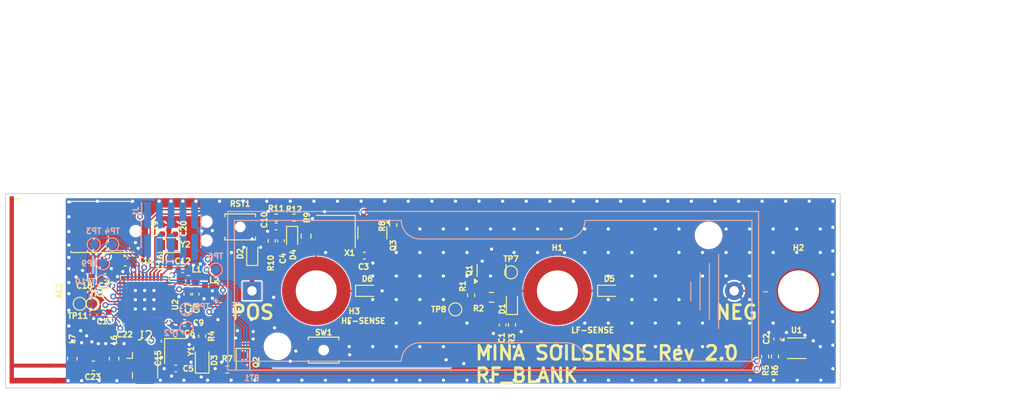
<source format=kicad_pcb>
(kicad_pcb (version 20240108) (generator "pcbnew") (generator_version "8.0")
  (title_block (title "Soilsense") (date "2024-09-05") (rev "v2.0"))
  (layers (0 "F.Cu" signal) (1 "In1.Cu" signal) (2 "In2.Cu" signal) (31 "B.Cu" signal) (34 "B.Paste" user) (35 "F.Paste" user) (36 "B.SilkS" user "B.Silkscreen") (37 "F.SilkS" user "F.Silkscreen") (38 "B.Mask" user) (39 "F.Mask" user) (44 "Edge.Cuts" user))
  (net 0 "")
  (net 1 "GND")
  (net 2 "+3V6")
  (net 3 "SENS_OUT")
  (net 4 "Net-(Q3-D)")
  (net 5 "SENS_OUT_HF")
  (net 6 "Net-(U2-XC1)")
  (net 7 "Net-(U2-XC2)")
  (net 8 "DEC_6")
  (net 9 "Net-(U2-DEC3)")
  (net 10 "Net-(U2-DEC1)")
  (net 11 "Net-(U2-NFC1{slash}P0.09)")
  (net 12 "Net-(U2-NFC2{slash}P0.10)")
  (net 13 "Net-(U2-XL2{slash}P0.01)")
  (net 14 "Net-(U2-XL1{slash}P0.00)")
  (net 15 "SENS_OUT_HF_REF")
  (net 16 "/nRF52833_qdaa/RF_a")
  (net 17 "/nRF52833_qdaa/RF_d")
  (net 18 "CPARA")
  (net 19 "Net-(D3-A)")
  (net 20 "Net-(D4-A)")
  (net 21 "SWDIO")
  (net 22 "~{RESET}")
  (net 23 "SWO")
  (net 24 "SWDCLK")
  (net 25 "Net-(L1-Pad1)")
  (net 26 "Net-(U2-DCC)")
  (net 27 "/nRF52833_qdaa/RF_c")
  (net 28 "Net-(Q1-B)")
  (net 29 "HF_OSC")
  (net 30 "PWM")
  (net 31 "LED")
  (net 32 "SDA")
  (net 33 "SCL")
  (net 34 "PHOTO_OUT")
  (net 35 "Net-(X1-OUT)")
  (net 36 "UART_RX")
  (net 37 "UART_TX")
  (net 41 "BTN1")
  (net 42 "PHOTO_V")
  (footprint "Resistor_SMD:R_0402_1005Metric" (layer "F.Cu") (at 93.6 43.1)
    (property "Reference" "R12")
    (property "Value" "10k")
    (property "VALUE" "" (hide yes))
  )
  (footprint "Diode_SMD:D_SOD-523" (layer "F.Cu") (at 89.1 47 90)
    (property "Reference" "D2")
    (property "Value" "CDSU101A")
    (property "VALUE" "" (hide yes))
  )
  (footprint "Capacitor_SMD:C_0603_1608Metric" (layer "F.Cu") (at 75.4 47.8 180)
    (property "Reference" "C11")
    (property "Value" "4.7uF")
    (property "VALUE" "" (hide yes))
  )
  (footprint "Crystal:Crystal_SMD_2012-2Pin_2.0x1.2mm" (layer "F.Cu") (at 80.1 46.0625 180)
    (property "Reference" "Y2")
    (property "Value" "32.768kHz")
    (property "VALUE" "" (hide yes))
  )
  (footprint "Capacitor_SMD:C_0402_1005Metric" (layer "F.Cu") (at 145.7 56.2 90)
    (property "Reference" "C2")
    (property "Value" "100nF")
    (property "VALUE" "" (hide yes))
  )
  (footprint "Package_TO_SOT_SMD:SOT-23" (layer "F.Cu") (at 102.05 44.75 -90)
    (property "Reference" "Q3")
    (property "Value" "IRLML6401")
    (property "VALUE" "" (hide yes))
  )
  (footprint "TestPoint:TestPoint_Pad_D1.0mm" (layer "F.Cu") (at 70.5 52.4 180)
    (property "Reference" "TP11")
    (property "Value" "NFC")
    (property "VALUE" "" (hide yes))
  )
  (footprint "Resistor_SMD:R_0402_1005Metric" (layer "F.Cu") (at 145.47 58.09 -90)
    (property "Reference" "R6")
    (property "Value" "10k")
    (property "VALUE" "" (hide yes))
  )
  (footprint "Resistor_SMD:R_0603_1608Metric" (layer "F.Cu") (at 114.9 51.7)
    (property "Reference" "R2")
    (property "Value" "10k")
    (property "VALUE" "" (hide yes))
  )
  (footprint "Capacitor_SMD:C_0402_1005Metric" (layer "F.Cu") (at 81.6 48.6625 180)
    (property "Reference" "C12")
    (property "Value" "1uF")
    (property "VALUE" "" (hide yes))
  )
  (footprint "Inductor_SMD:L_0603_1608Metric" (layer "F.Cu") (at 74.2 58.3125 90)
    (property "Reference" "L6")
    (property "Value" "NC")
    (property "VALUE" "" (hide yes))
  )
  (footprint "Capacitor_SMD:C_0402_1005Metric" (layer "F.Cu") (at 116.1 54.68 -90)
    (property "Reference" "C1")
    (property "Value" "1nF")
    (property "VALUE" "" (hide yes))
  )
  (footprint "Mounting_Wuerth:Mounting_Wuerth_WA-SMSI-M3_H2.5mm_9774025360" (layer "F.Cu") (at 148 51)
    (property "Reference" "H2")
    (property "Value" "9774025360R")
    (property "VALUE" "" (hide yes))
  )
  (footprint "Capacitor_SMD:C_0402_1005Metric" (layer "F.Cu") (at 82.1 51.3625 90)
    (property "Reference" "C7")
    (property "Value" "47nF")
    (property "VALUE" "" (hide yes))
  )
  (footprint "Capacitor_SMD:C_0402_1005Metric" (layer "F.Cu") (at 92.2 45.6 90)
    (property "Reference" "C4")
    (property "Value" "1nF")
    (property "VALUE" "" (hide yes))
  )
  (footprint "Sensor_Humidity:Sensirion_DFN-4-1EP_2x2mm_P1mm_EP0.7x1.6mm" (layer "F.Cu") (at 147.8 57.2)
    (property "Reference" "U1")
    (property "Value" "SHTC3")
    (property "VALUE" "" (hide yes))
  )
  (footprint "Resistor_SMD:R_0402_1005Metric" (layer "F.Cu") (at 117.1 54.68 -90)
    (property "Reference" "R3")
    (property "Value" "1M")
    (property "VALUE" "" (hide yes))
  )
  (footprint "Capacitor_SMD:C_0402_1005Metric" (layer "F.Cu") (at 80.8 55.6 180)
    (property "Reference" "C6")
    (property "Value" "12pF")
    (property "VALUE" "" (hide yes))
  )
  (footprint "Inductor_SMD:L_0402_1005Metric" (layer "F.Cu") (at 84 49.9625 90)
    (property "Reference" "L2")
    (property "Value" "15nH")
    (property "VALUE" "" (hide yes))
  )
  (footprint "Resistor_SMD:R_0402_1005Metric" (layer "F.Cu") (at 144.4 58.1 90)
    (property "Reference" "R5")
    (property "Value" "10k")
    (property "VALUE" "" (hide yes))
  )
  (footprint "Soilsense:U.FL_Hirose_U.FL-R-SMT-1_Vertical" (layer "F.Cu") (at 77.065206 59.048057)
    (property "Reference" "J2")
    (property "Value" "Conn_Coaxial")
  )
  (footprint "Inductor_SMD:L_0603_1608Metric" (layer "F.Cu") (at 69.7 58.3125 90)
    (property "Reference" "L7")
    (property "Value" "NC")
    (property "VALUE" "" (hide yes))
  )
  (footprint "Package_TO_SOT_SMD:SOT-23" (layer "F.Cu") (at 114.9 48.8 90)
    (property "Reference" "Q1")
    (property "Value" "MMBT3906")
    (property "VALUE" "" (hide yes))
  )
  (footprint "Capacitor_SMD:C_0402_1005Metric" (layer "F.Cu") (at 78.941341 56.435918 90)
    (property "Reference" "C15")
    (property "Value" "100pF")
    (property "VALUE" "" (hide yes))
  )
  (footprint "Capacitor_SMD:C_0402_1005Metric" (layer "F.Cu") (at 79.4 44.38 -90)
    (property "Reference" "C19")
    (property "Value" "12pF")
    (property "VALUE" "" (hide yes))
  )
  (footprint "Resistor_SMD:R_0402_1005Metric" (layer "F.Cu") (at 83.7 55.9 90)
    (property "Reference" "R4")
    (property "Value" "1k")
    (property "VALUE" "" (hide yes))
  )
  (footprint "Resistor_SMD:R_0402_1005Metric" (layer "F.Cu") (at 91.67 43.1)
    (property "Reference" "R11")
    (property "Value" "10k")
    (property "VALUE" "" (hide yes))
  )
  (footprint "Oscillator:Oscillator_SMD_SeikoEpson_SG8002CE-4Pin_3.2x2.5mm" (layer "F.Cu") (at 98.1 44.6 180)
    (property "Reference" "X1")
    (property "Value" "KC3225K75.0000C1GE00")
    (property "VALUE" "" (hide yes))
  )
  (footprint "Capacitor_SMD:C_0402_1005Metric" (layer "F.Cu") (at 81.8 54.4625)
    (property "Reference" "C9")
    (property "Value" "100nF")
    (property "VALUE" "" (hide yes))
  )
  (footprint "Mounting_Wuerth:Mounting_Wuerth_WA-SMSI-M3_H2.5mm_9774025360" (layer "F.Cu") (at 122 51)
    (property "Reference" "H1")
    (property "Value" "9774025360R")
    (property "VALUE" "" (hide yes))
  )
  (footprint "Capacitor_SMD:C_0402_1005Metric" (layer "F.Cu") (at 101.18 47.2)
    (property "Reference" "C3")
    (property "Value" "100nF")
    (property "VALUE" "" (hide yes))
  )
  (footprint "Soilsense:IFA-0.12mm" (layer "F.Cu") (at 69 61 90)
    (property "Reference" "AE2")
    (property "Value" "IFA Antenna")
  )
  (footprint "Capacitor_SMD:C_0402_1005Metric" (layer "F.Cu") (at 73.25 49.5 180)
    (property "Reference" "C17")
    (property "Value" "NC")
    (property "VALUE" "" (hide yes))
  )
  (footprint "Capacitor_SMD:C_0402_1005Metric" (layer "F.Cu") (at 71.3 49.5 180)
    (property "Reference" "C18")
    (property "Value" "NC")
    (property "VALUE" "" (hide yes))
  )
  (footprint "Soilsense:QFN-40-1EP_5x5mm_P0.4mm_EP3.6x3.6mm_ThermalVias" (layer "F.Cu") (at 77.5 51.9625 -90)
    (property "Reference" "U2")
    (property "Value" "nRF52833_QDxx")
    (property "VALUE" "" (hide yes))
  )
  (footprint "Capacitor_SMD:C_0402_1005Metric" (layer "F.Cu") (at 83 51.3625 90)
    (property "Reference" "C8")
    (property "Value" "1uF")
    (property "VALUE" "" (hide yes))
  )
  (footprint "TestPoint:TestPoint_Pad_D1.0mm" (layer "F.Cu") (at 71.9 52.4 180)
    (property "Reference" "TP1")
    (property "Value" "NFC")
    (property "VALUE" "" (hide yes))
  )
  (footprint "Button_Switch_SMD:SW_SPST_B3U-1000P-B" (layer "F.Cu") (at 87.8 44.1)
    (property "Reference" "RST1")
    (property "Value" "B3U-1000P")
    (property "VALUE" "" (hide yes))
  )
  (footprint "Diode_SMD:D_SOD-523" (layer "F.Cu") (at 101.5 51)
    (property "Reference" "D6")
    (property "Value" "Zener Prot 5V")
    (property "VALUE" "" (hide yes))
  )
  (footprint "Button_Switch_SMD:SW_SPST_B3U-1000P-B" (layer "F.Cu") (at 96.8 57.4)
    (property "Reference" "SW1")
    (property "Value" "B3U-1000P")
    (property "VALUE" "" (hide yes))
  )
  (footprint "Resistor_SMD:R_0402_1005Metric" (layer "F.Cu") (at 112.7 51.49 -90)
    (property "Reference" "R1")
    (property "Value" "10k")
    (property "VALUE" "" (hide yes))
  )
  (footprint "Capacitor_SMD:C_0402_1005Metric" (layer "F.Cu") (at 73.1 53.3 180)
    (property "Reference" "C13")
    (property "Value" "100nF")
    (property "VALUE" "" (hide yes))
  )
  (footprint "Capacitor_SMD:C_0402_1005Metric" (layer "F.Cu") (at 91.677637 44.05291 180)
    (property "Reference" "C10")
    (property "Value" "1nF")
    (property "VALUE" "" (hide yes))
  )
  (footprint "Resistor_SMD:R_0402_1005Metric" (layer "F.Cu") (at 104.3 43.9 -90)
    (property "Reference" "R8")
    (property "Value" "10k")
    (property "VALUE" "" (hide yes))
  )
  (footprint "Capacitor_SMD:C_0402_1005Metric" (layer "F.Cu") (at 77.219434 55.717225)
    (property "Reference" "C22")
    (property "Value" "1.0pF")
    (property "VALUE" "" (hide yes))
  )
  (footprint "Resistor_SMD:R_0402_1005Metric" (layer "F.Cu") (at 86.4 59.5)
    (property "Reference" "R7")
    (property "Value" "470R")
    (property "VALUE" "" (hide yes))
  )
  (footprint "Diode_SMD:D_SOD-523" (layer "F.Cu") (at 93.4 45.3 -90)
    (property "Reference" "D4")
    (property "Value" "CDSU101A")
    (property "VALUE" "" (hide yes))
  )
  (footprint "Resistor_SMD:R_0603_1608Metric" (layer "F.Cu") (at 94.9 45.1 -90)
    (property "Reference" "R9")
    (property "Value" "10k")
    (property "VALUE" "" (hide yes))
  )
  (footprint "Crystal:Crystal_SMD_2016-4Pin_2.0x1.6mm" (layer "F.Cu") (at 80.8 57.5 -90)
    (property "Reference" "Y1")
    (property "Value" "32MHz")
  )
  (footprint "Diode_SMD:D_SOD-523" (layer "F.Cu") (at 117.1 52.3 90)
    (property "Reference" "D1")
    (property "Value" "CDSU101A")
    (property "VALUE" "" (hide yes))
  )
  (footprint "Diode_SMD:D_SOD-523" (layer "F.Cu") (at 127.6 51)
    (property "Reference" "D5")
    (property "Value" "Zener Prot 5V")
    (property "VALUE" "" (hide yes))
  )
  (footprint "inductor:L_Bourns_SDSS604A" (layer "F.Cu") (at 72.8 44.1 180)
    (property "Reference" "L3" (hide yes))
    (property "Value" "4.7uH")
    (property "VALUE" "" (hide yes))
  )
  (footprint "Soilsense:PHOTOTRANS_1708Metric" (layer "F.Cu") (at 88.1 58.7 -90)
    (property "Reference" "Q2")
    (property "Value" "Q_Photo_NPN")
    (property "VALUE" "" (hide yes))
  )
  (footprint "Capacitor_SMD:C_0402_1005Metric" (layer "F.Cu") (at 80.8 44.4 -90)
    (property "Reference" "C20")
    (property "Value" "12pF")
    (property "VALUE" "" (hide yes))
  )
  (footprint "TestPoint:TestPoint_Pad_D1.0mm" (layer "F.Cu") (at 117 49)
    (property "Reference" "TP7")
    (property "Value" "CPARA")
    (property "VALUE" "" (hide yes))
  )
  (footprint "TestPoint:TestPoint_Pad_D1.0mm" (layer "F.Cu") (at 111 53)
    (property "Reference" "TP8")
    (property "Value" "PWM")
    (property "VALUE" "" (hide yes))
  )
  (footprint "Capacitor_SMD:C_0402_1005Metric" (layer "F.Cu") (at 80.85 59.3875)
    (property "Reference" "C5")
    (property "Value" "12pF")
    (property "VALUE" "" (hide yes))
  )
  (footprint "Capacitor_SMD:C_0603_1608Metric" (layer "F.Cu") (at 71.96 59.1)
    (property "Reference" "C23")
    (property "Value" "0R placeholder")
    (property "VALUE" "" (hide yes))
  )
  (footprint "Capacitor_SMD:C_0402_1005Metric" (layer "F.Cu") (at 80.2 47.9625 -90)
    (property "Reference" "C16")
    (property "Value" "100nF")
    (property "VALUE" "" (hide yes))
  )
  (footprint "Inductor_SMD:L_0603_1608Metric" (layer "F.Cu") (at 82.2 49.8625 180)
    (property "Reference" "L1")
    (property "Value" "10uH")
    (property "VALUE" "" (hide yes))
  )
  (footprint "LED_SMD:LED_0603_1608Metric" (layer "F.Cu") (at 83.7 58.4 90)
    (property "Reference" "D3")
    (property "Value" "LED")
    (property "VALUE" "" (hide yes))
  )
  (footprint "Mounting_Wuerth:Mounting_Wuerth_WA-SMSI-M3_H2.5mm_9774025360" (layer "F.Cu") (at 96 51)
    (property "Reference" "H3")
    (property "Value" "9774025360R")
    (property "VALUE" "" (hide yes))
  )
  (footprint "Resistor_SMD:R_0402_1005Metric" (layer "F.Cu") (at 91.2 45.6 90)
    (property "Reference" "R10")
    (property "Value" "1M")
    (property "VALUE" "" (hide yes))
  )
  (footprint "TestPoint:TestPoint_Pad_D1.0mm" (layer "B.Cu") (at 72 46 180)
    (property "Reference" "TP3")
    (property "Value" "IO")
    (property "VALUE" "" (hide yes))
  )
  (footprint "Battery:BatteryHolder_Keystone_2460_1xAA" (layer "B.Cu") (at 89.0725 51)
    (property "Reference" "BT1")
    (property "Value" "Keystone 2460")
    (property "VALUE" "" (hide yes))
  )
  (footprint "TestPoint:TestPoint_Pad_D1.0mm" (layer "B.Cu") (at 74 46 180)
    (property "Reference" "TP4")
    (property "Value" "CLK")
    (property "VALUE" "" (hide yes))
  )
  (footprint "esprelay:SEXY_pinpogo" (layer "B.Cu") (at 80.35 44.55 -90)
    (property "Reference" "J1")
    (property "Value" "JLINK")
  )
  (footprint "TestPoint:TestPoint_Pad_D1.0mm" (layer "B.Cu") (at 73 48 180)
    (property "Reference" "TP9")
    (property "Value" "RX")
    (property "VALUE" "" (hide yes))
  )
  (footprint "TestPoint:TestPoint_Pad_D1.0mm" (layer "B.Cu") (at 82 55 180)
    (property "Reference" "TP2")
    (property "Value" "VCC")
    (property "VALUE" "" (hide yes))
  )
  (footprint "TestPoint:TestPoint_Pad_D1.0mm" (layer "B.Cu") (at 73 50 180)
    (property "Reference" "TP10")
    (property "Value" "TX")
    (property "VALUE" "" (hide yes))
  )
  (footprint "TestPoint:TestPoint_Pad_D1.0mm" (layer "B.Cu") (at 82 53 180)
    (property "Reference" "TP5")
    (property "Value" "GND")
    (property "VALUE" "" (hide yes))
  )
  (footprint "TestPoint:TestPoint_Pad_D1.0mm" (layer "B.Cu") (at 85.150711 48.707446 180)
    (property "Reference" "TP6")
    (property "Value" "RST")
    (property "VALUE" "" (hide yes))
  )
  (gr_rect (start 62.5 40.5) (end 152.5 61.5) (stroke (width 0.1)) (fill none) (layer "Edge.Cuts"))
  (gr_text "NEG" (at 138.9 54.2 0) (layer "F.SilkS") (effects (font (size 1.5 1.5) (thickness 0.3) (bold yes)) (justify left bottom)))
  (gr_text "POS" (at 86.7 54.2 0) (layer "F.SilkS") (effects (font (size 1.5 1.5) (thickness 0.3) (bold yes)) (justify left bottom)))
  (gr_text "LF-SENSE" (at 123.4 55.6 0) (layer "F.SilkS") (effects (font (size 0.6 0.6) (thickness 0.15) (bold yes)) (justify left bottom)))
  (gr_text "MINA SOILSENSE Rev 2.0\nRF_BLANK\n" (at 113 61 0) (layer "F.SilkS") (effects (font (size 1.5 1.5) (thickness 0.3) (bold yes)) (justify left bottom)))
  (gr_text "HF-SENSE" (at 98.6 54.6 0) (layer "F.SilkS") (effects (font (size 0.6 0.6) (thickness 0.15) (bold yes)) (justify left bottom)))
  (segment (start 80.37 60.17) (end 80.4 60.2) (width 0.217545) (layer "F.Cu") (net 1))
  (segment (start 99.1 57.4) (end 99.6 57.9) (width 0.217545) (layer "F.Cu") (net 1))
  (segment (start 82.1 51.8425) (end 82.1 52.0775) (width 0.25) (layer "F.Cu") (net 1))
  (segment (start 143.671751 51) (end 142.73 51.941751) (width 0.15) (layer "F.Cu") (net 1))
  (segment (start 148 55.1) (end 148.7 55.8) (width 0.5) (layer "F.Cu") (net 1))
  (segment (start 116.1 55.16) (end 115.54 55.16) (width 0.217545) (layer "F.Cu") (net 1))
  (segment (start 148 47.051751) (end 147.81 46.861751) (width 0.15) (layer "F.Cu") (net 1))
  (segment (start 79.9375 51.3625) (end 80.481068 51.3625) (width 0.15) (layer "F.Cu") (net 1))
  (segment (start 85.89 59.5) (end 85.89 58.79) (width 0.217545) (layer "F.Cu") (net 1))
  (segment (start 89.1 46.3) (end 88.2 46.3) (width 0.217545) (layer "F.Cu") (net 1))
  (segment (start 151.85 50.1) (end 151.85 49.374682) (width 0.15) (layer "F.Cu") (net 1))
  (segment (start 81.35 56.8) (end 82.3 56.8) (width 0.217545) (layer "F.Cu") (net 1))
  (segment (start 142.73 50.03) (end 142.73 49.401751) (width 0.15) (layer "F.Cu") (net 1))
  (segment (start 89.127147 45.427147) (end 89.535569 45.427147) (width 0.217545) (layer "F.Cu") (net 1))
  (segment (start 77.540206 57.573057) (end 78.284202 57.573057) (width 0.25) (layer "F.Cu") (net 1))
  (segment (start 72.8 54.1) (end 72.7 54) (width 0.15) (layer "F.Cu") (net 1))
  (segment (start 80.37 59.3875) (end 80.37 58.32) (width 0.217545) (layer "F.Cu") (net 1))
  (segment (start 96.9 43.65) (end 96.9 42.45) (width 0.217545) (layer "F.Cu") (net 1))
  (segment (start 96.05 43.65) (end 95.6 43.2) (width 0.217545) (layer "F.Cu") (net 1))
  (segment (start 151.85 53.1) (end 151.65 53.3) (width 0.15) (layer "F.Cu") (net 1))
  (segment (start 72.62 53.3) (end 71.960308 53.3) (width 0.5) (layer "F.Cu") (net 1))
  (segment (start 79.9375 51.3625) (end 79.1 51.3625) (width 0.25) (layer "F.Cu") (net 1))
  (segment (start 82.335318 48.6625) (end 82.761408 48.23641) (width 0.217545) (layer "F.Cu") (net 1))
  (segment (start 80.481068 51.3625) (end 80.840534 51.721966) (width 0.15) (layer "F.Cu") (net 1))
  (segment (start 80.78 43.9) (end 80.8 43.92) (width 0.15) (layer "F.Cu") (net 1))
  (segment (start 83.663288 44.543017) (end 84.756983 44.543017) (width 0.217545) (layer "F.Cu") (net 1))
  (segment (start 74.522182 49.5) (end 74.561091 49.461091) (width 0.25) (layer "F.Cu") (net 1))
  (segment (start 83.7 59.1875) (end 82.9875 59.1875) (width 0.15) (layer "F.Cu") (net 1))
  (segment (start 151.85 51.9) (end 151.85 53.1) (width 0.15) (layer "F.Cu") (net 1))
  (segment (start 82.9875 59.1875) (end 82.5 58.7) (width 0.15) (layer "F.Cu") (net 1))
  (segment (start 74.125 57.525) (end 74.2 57.525) (width 0.217545) (layer "F.Cu") (net 1))
  (segment (start 82.28 55.48) (end 82.28 54.4625) (width 0.217545) (layer "F.Cu") (net 1))
  (segment (start 69.625 57.525) (end 69.1 57) (width 0.217545) (layer "F.Cu") (net 1))
  (segment (start 78.1 51.3625) (end 77.5 51.9625) (width 0.15) (layer "F.Cu") (net 1))
  (segment (start 145.05 51) (end 143.671751 51) (width 0.15) (layer "F.Cu") (net 1))
  (segment (start 148.725 56.7) (end 149.3 56.7) (width 0.217545) (layer "F.Cu") (net 1))
  (segment (start 80.940534 51.821966) (end 81.246068 52.1275) (width 0.15) (layer "F.Cu") (net 1))
  (segment (start 82.08 48.6625) (end 82.335318 48.6625) (width 0.217545) (layer "F.Cu") (net 1))
  (segment (start 148.725 56.7) (end 148.725 55.825) (width 0.217545) (layer "F.Cu") (net 1))
  (segment (start 77.667149 60.65) (end 77.540206 60.523057) (width 0.25) (layer "F.Cu") (net 1))
  (segment (start 146.48 55.72) (end 146.7 55.5) (width 0.217545) (layer "F.Cu") (net 1))
  (segment (start 117.89 55.19) (end 118.1 55.4) (width 0.217545) (layer "F.Cu") (net 1))
  (segment (start 79.1 51.3625) (end 78.5 51.9625) (width 0.25) (layer "F.Cu") (net 1))
  (segment (start 70.7 56.6) (end 69.775 57.525) (width 0.217545) (layer "F.Cu") (net 1))
  (segment (start 73.9 48.6) (end 73.73 48.77) (width 0.25) (layer "F.Cu") (net 1))
  (segment (start 117.1 55.19) (end 117.89 55.19) (width 0.217545) (layer "F.Cu") (net 1))
  (segment (start 96.9 43.65) (end 96.05 43.65) (width 0.217545) (layer "F.Cu") (net 1))
  (segment (start 148 53.95) (end 148 55.1) (width 0.5) (layer "F.Cu") (net 1))
  (segment (start 81.35 56.8) (end 81.35 55.67) (width 0.217545) (layer "F.Cu") (net 1))
  (segment (start 73.73 49.5) (end 74.522182 49.5) (width 0.25) (layer "F.Cu") (net 1))
  (segment (start 91.82 45.12) (end 92.2 45.12) (width 0.5) (layer "F.Cu") (net 1))
  (segment (start 113.9625 47.8625) (end 113.9 47.8) (width 0.217545) (layer "F.Cu") (net 1))
  (segment (start 79.4 43.9) (end 83.020271 43.9) (width 0.15) (layer "F.Cu") (net 1))
  (segment (start 77.3 53.1625) (end 77.5 52.9625) (width 0.25) (layer "F.Cu") (net 1))
  (segment (start 115.54 55.16) (end 115.1 55.6) (width 0.217545) (layer "F.Cu") (net 1))
  (segment (start 75.147761 49.447761) (end 75.225 49.525) (width 0.15) (layer "F.Cu") (net 1))
  (segment (start 117.1 55.19) (end 116.13 55.19) (width 0.217545) (layer "F.Cu") (net 1))
  (segment (start 80.37 58.32) (end 80.25 58.2) (width 0.217545) (layer "F.Cu") (net 1))
  (segment (start 89.535569 45.427147) (end 89.535569 44.135569) (width 0.217545) (layer "F.Cu") (net 1))
  (segment (start 73.3 56.7) (end 74.125 57.525) (width 0.217545) (layer "F.Cu") (net 1))
  (segment (start 83.9 51.85) (end 84.1775 52.1275) (width 0.15) (layer "F.Cu") (net 1))
  (segment (start 90.75 44.567633) (end 91.267633 44.567633) (width 0.5) (layer "F.Cu") (net 1))
  (segment (start 81.0825 47.4825) (end 81.521091 47.921091) (width 0.217545) (layer "F.Cu") (net 1))
  (segment (start 70.82 49.5) (end 70.82 48.82) (width 0.25) (layer "F.Cu") (net 1))
  (segment (start 91.2 44.055273) (end 91.197637 44.05291) (width 0.5) (layer "F.Cu") (net 1))
  (segment (start 143.7 51) (end 142.73 50.03) (width 0.15) (layer "F.Cu") (net 1))
  (segment (start 69.775 57.525) (end 69.7 57.525) (width 0.217545) (layer "F.Cu") (net 1))
  (segment (start 80.25 58.2) (end 79.3 58.2) (width 0.217545) (layer "F.Cu") (net 1))
  (segment (start 150.95 51) (end 151.85 51.9) (width 0.15) (layer "F.Cu") (net 1))
  (segment (start 70.82 48.82) (end 70.8 48.8) (width 0.25) (layer "F.Cu") (net 1))
  (segment (start 81.28 55.6) (end 81.690534 55.6) (width 0.217545) (layer "F.Cu") (net 1))
  (segment (start 73.73 48.77) (end 73.73 49.5) (width 0.25) (layer "F.Cu") (net 1))
  (segment (start 145.02 55.72) (end 144.8 55.5) (width 0.217545) (layer "F.Cu") (net 1))
  (segment (start 83.020271 43.9) (end 83.663288 44.543017) (width 0.15) (layer "F.Cu") (net 1))
  (segment (start 77.540206 57.573057) (end 78.673057 57.573057) (width 0.25) (layer "F.Cu") (net 1))
  (segment (start 145.05 51) (end 143.7 51) (width 0.15) (layer "F.Cu") (net 1))
  (segment (start 89.1 45.4) (end 89.127147 45.427147) (width 0.217545) (layer "F.Cu") (net 1))
  (segment (start 74.451955 57.525) (end 74.2 57.525) (width 0.217545) (layer "F.Cu") (net 1))
  (segment (start 102.2 51) (end 103.1 51) (width 0.217545) (layer "F.Cu") (net 1))
  (segment (start 90.75 44.567633) (end 90.75 44.64) (width 0.5) (layer "F.Cu") (net 1))
  (segment (start 91.2 45.09) (end 91.2 44.055273) (width 0.5) (layer "F.Cu") (net 1))
  (segment (start 77.3 54.4) (end 77.3 55.317791) (width 0.25) (layer "F.Cu") (net 1))
  (segment (start 71.960308 53.3) (end 71.934506 53.325802) (width 0.5) (layer "F.Cu") (net 1))
  (segment (start 82.1 52.1275) (end 83 52.1275) (width 0.15) (layer "F.Cu") (net 1))
  (segment (start 81.35 55.67) (end 81.28 55.6) (width 0.217545) (layer "F.Cu") (net 1))
  (segment (start 150.95 51) (end 151.85 50.1) (width 0.15) (layer "F.Cu") (net 1))
  (segment (start 89.1 46.3) (end 90 46.3) (width 0.217545) (layer "F.Cu") (net 1))
  (segment (start 114.9 47.8625) (end 113.9625 47.8625) (width 0.217545) (layer "F.Cu") (net 1))
  (segment (start 83 52.1275) (end 83.6225 52.1275) (width 0.15) (layer "F.Cu") (net 1))
  (segment (start 77.3 54.4) (end 77.3 53.1625) (width 0.25) (layer "F.Cu") (net 1))
  (segment (start 69.1 57) (end 69.1 55.025) (width 0.217545) (layer "F.Cu") (net 1))
  (segment (start 77.3 55.317791) (end 77.699434 55.717225) (width 0.25) (layer "F.Cu") (net 1))
  (segment (start 91.16 42.782182) (end 90.803904 42.426086) (width 0.5) (layer "F.Cu") (net 1))
  (segment (start 79.9375 51.3625) (end 78.1 51.3625) (width 0.15) (layer "F.Cu") (net 1))
  (segment (start 83.6225 52.1275) (end 83.9 51.85) (width 0.15) (layer "F.Cu") (net 1))
  (segment (start 80.840534 51.721966) (end 80.940534 51.821966) (width 0.15) (layer "F.Cu") (net 1))
  (segment (start 83 51.9425) (end 83 52.1275) (width 0.15) (layer "F.Cu") (net 1))
  (segment (start 85.2 59.5) (end 85.1 59.4) (width 0.217545) (layer "F.Cu") (net 1))
  (segment (start 101.66 47.56) (end 102.1 48) (width 0.217545) (layer "F.Cu") (net 1))
  (segment (start 145.7 55.72) (end 145.02 55.72) (width 0.217545) (layer "F.Cu") (net 1))
  (segment (start 148.725 55.825) (end 148.7 55.8) (width 0.217545) (layer "F.Cu") (net 1))
  (segment (start 91.267633 44.567633) (end 91.82 45.12) (width 0.5) (layer "F.Cu") (net 1))
  (segment (start 85.89 59.5) (end 85.2 59.5) (width 0.217545) (layer "F.Cu") (net 1))
  (segment (start 83.515722 48.100291) (end 82.953513 48.6625) (width 0.217545) (layer "F.Cu") (net 1))
  (segment (start 91.197637 43.137637) (end 91.16 43.1) (width 0.5) (layer "F.Cu") (net 1))
  (segment (start 72 53.391296) (end 72 54) (width 0.5) (layer "F.Cu") (net 1))
  (segment (start 74.2 57.525) (end 74.2 56.7) (width 0.217545) (layer "F.Cu") (net 1))
  (segment (start 69.7 57.525) (end 69.7 56.4) (width 0.217545) (layer "F.Cu") (net 1))
  (segment (start 79.188861 60.65) (end 77.667149 60.65) (width 0.25) (layer "F.Cu") (net 1))
  (segment (start 75.147761 48.919235) (end 75.147761 49.447761) (width 0.15) (layer "F.Cu") (net 1))
  (segment (start 75.276955 56.7) (end 74.451955 57.525) (width 0.217545) (layer "F.Cu") (net 1))
  (segment (start 83.7 60.2) (end 83.6 60.3) (width 0.15) (layer "F.Cu") (net 1))
  (segment (start 69.7 57.525) (end 69.625 57.525) (width 0.217545) (layer "F.Cu") (net 1))
  (segment (start 82.81189 54.4625) (end 82.974695 54.625305) (width 0.217545) (layer "F.Cu") (net 1))
  (segment (start 116.13 55.19) (end 116.1 55.16) (width 0.217545) (layer "F.Cu") (net 1))
  (segment (start 81.246068 52.1275) (end 81.6 52.1275) (width 0.15) (layer "F.Cu") (net 1))
  (segment (start 69.1 55.025) (end 69.325 54.8) (width 0.217545) (layer "F.Cu") (net 1))
  (segment (start 89.535569 44.135569) (end 89.5 44.1) (width 0.217545) (layer "F.Cu") (net 1))
  (segment (start 70.82 49.5) (end 70.1 49.5) (width 0.25) (layer "F.Cu") (net 1))
  (segment (start 82.953513 48.6625) (end 82.08 48.6625) (width 0.217545) (layer "F.Cu") (net 1))
  (segment (start 82.28 54.4625) (end 82.81189 54.4625) (width 0.217545) (layer "F.Cu") (net 1))
  (segment (start 151.85 49.374682) (end 151.705905 49.230587) (width 0.15) (layer "F.Cu") (net 1))
  (segment (start 81.690534 55.6) (end 82.063469 55.972935) (width 0.217545) (layer "F.Cu") (net 1))
  (segment (start 80.37 59.3875) (end 80.37 60.17) (width 0.217545) (layer "F.Cu") (net 1))
  (segment (start 101.66 47.2) (end 101.66 47.56) (width 0.217545) (layer "F.Cu") (net 1))
  (segment (start 79.6125 59.3875) (end 79.6 59.4) (width 0.217545) (layer "F.Cu") (net 1))
  (segment (start 80.37 59.3875) (end 79.6125 59.3875) (width 0.217545) (layer "F.Cu") (net 1))
  (segment (start 148 48.05) (end 148 47.051751) (width 0.15) (layer "F.Cu") (net 1))
  (segment (start 145.05 51) (end 141.0625 51) (width 0.15) (layer "F.Cu") (net 1))
  (segment (start 145.7 55.72) (end 146.48 55.72) (width 0.217545) (layer "F.Cu") (net 1))
  (segment (start 92.2 45.12) (end 91.23 45.12) (width 0.5) (layer "F.Cu") (net 1))
  (segment (start 91.23 45.12) (end 91.2 45.09) (width 0.5) (layer "F.Cu") (net 1))
  (segment (start 81.6 52.1275) (end 82.1 52.1275) (width 0.15) (layer "F.Cu") (net 1))
  (segment (start 98.5 57.4) (end 99.1 57.4) (width 0.217545) (layer "F.Cu") (net 1))
  (segment (start 83 51.8425) (end 83 52.0775) (width 0.25) (layer "F.Cu") (net 1))
  (segment (start 72.7 54) (end 72 54) (width 0.15) (layer "F.Cu") (net 1))
  (segment (start 114.9 47.8625) (end 114.9 46.5) (width 0.217545) (layer "F.Cu") (net 1))
  (segment (start 90.75 44.64) (end 91.2 45.09) (width 0.5) (layer "F.Cu") (net 1))
  (segment (start 84.756983 44.543017) (end 84.8 44.5) (width 0.217545) (layer "F.Cu") (net 1))
  (segment (start 149.3 56.7) (end 149.6 56.4) (width 0.217545) (layer "F.Cu") (net 1))
  (segment (start 84.1775 52.1275) (end 84.3 52.1275) (width 0.15) (layer "F.Cu") (net 1))
  (segment (start 80.840534 51.721966) (end 81.104267 51.721966) (width 0.15) (layer "F.Cu") (net 1))
  (segment (start 85.89 58.79) (end 85.8 58.7) (width 0.217545) (layer "F.Cu") (net 1))
  (segment (start 83.7 59.1875) (end 83.7 60.2) (width 0.15) (layer "F.Cu") (net 1))
  (segment (start 81.104267 51.721966) (end 81.194462 51.631771) (width 0.15) (layer "F.Cu") (net 1))
  (segment (start 82.1 51.9425) (end 82.1 52.1275) (width 0.15) (layer "F.Cu") (net 1))
  (segment (start 89.1 46.3) (end 89.1 45.4) (width 0.217545) (layer "F.Cu") (net 1))
  (segment (start 75.225 49.525) (end 75.7 49.525) (width 0.15) (layer "F.Cu") (net 1))
  (segment (start 82.8 56) (end 82.28 55.48) (width 0.217545) (layer "F.Cu") (net 1))
  (segment (start 80.2 47.4825) (end 81.0825 47.4825) (width 0.217545) (layer "F.Cu") (net 1))
  (segment (start 90.75 44.567633) (end 90.75 44.500547) (width 0.5) (layer "F.Cu") (net 1))
  (segment (start 78.284202 57.573057) (end 78.941341 56.915918) (width 0.25) (layer "F.Cu") (net 1))
  (segment (start 91.16 43.1) (end 91.16 42.782182) (width 0.5) (layer "F.Cu") (net 1))
  (segment (start 90.75 44.500547) (end 91.197637 44.05291) (width 0.5) (layer "F.Cu") (net 1))
  (segment (start 78.673057 57.573057) (end 79.3 58.2) (width 0.25) (layer "F.Cu") (net 1))
  (segment (start 71.934506 53.325802) (end 72 53.391296) (width 0.5) (layer "F.Cu") (net 1))
  (segment (start 91.197637 44.05291) (end 91.197637 43.137637) (width 0.5) (layer "F.Cu") (net 1))
  (via (at 104.63 57.021751) (size 0.65) (drill 0.35) (layers "F.Cu" "B.Cu") (net 1))
  (via (at 140.19 44.321751) (size 0.65) (drill 0.35) (layers "F.Cu" "B.Cu") (net 1))
  (via (at 135.11 51.941751) (size 0.65) (drill 0.35) (layers "F.Cu" "B.Cu") (net 1))
  (via (at 76.2 41.326087) (size 0.65) (drill 0.35) (layers "F.Cu" "B.Cu") (net 1))
  (via (at 82.063469 55.972935) (size 0.65) (drill 0.35) (layers "F.Cu" "B.Cu") (net 1))
  (via (at 85.1 59.4) (size 0.65) (drill 0.35) (layers "F.Cu" "B.Cu") (net 1))
  (via (at 122.41 57.021751) (size 0.65) (drill 0.35) (layers "F.Cu" "B.Cu") (net 1))
  (via (at 86.85 46.861751) (size 0.65) (drill 0.35) (layers "F.Cu" "B.Cu") (net 1))
  (via (at 151.705905 54.317645) (size 0.65) (drill 0.35) (layers "F.Cu" "B.Cu") (net 1))
  (via (at 145.320615 60.65) (size 0.65) (drill 0.35) (layers "F.Cu" "B.Cu") (net 1))
  (via (at 99.55 54.481751) (size 0.65) (drill 0.35) (layers "F.Cu" "B.Cu") (net 1))
  (via (at 80.33913 41.325109) (size 0.65) (drill 0.35) (layers "F.Cu" "B.Cu") (net 1))
  (via (at 93.8 57.5) (size 0.65) (drill 0.35) (layers "F.Cu" "B.Cu") (net 1))
  (via (at 133.904223 41.326087) (size 0.65) (drill 0.35) (layers "F.Cu" "B.Cu") (net 1))
  (via (at 107.17 54.481751) (size 0.65) (drill 0.35) (layers "F.Cu" "B.Cu") (net 1))
  (via (at 100.838346 41.326087) (size 0.65) (drill 0.35) (layers "F.Cu" "B.Cu") (net 1))
  (via (at 151.705905 59.404703) (size 0.65) (drill 0.35) (layers "F.Cu" "B.Cu") (net 1))
  (via (at 99.55 57.021751) (size 0.65) (drill 0.35) (layers "F.Cu" "B.Cu") (net 1))
  (via (at 84.8 51.8) (size 0.65) (drill 0.35) (layers "F.Cu" "B.Cu") (net 1))
  (via (at 126.273636 41.326087) (size 0.65) (drill 0.35) (layers "F.Cu" "B.Cu") (net 1))
  (via (at 109.711209 60.65) (size 0.65) (drill 0.35) (layers "F.Cu" "B.Cu") (net 1))
  (via (at 69.325 54.8) (size 0.65) (drill 0.35) (layers "F.Cu" "B.Cu") (net 1))
  (via (at 84.275919 60.65) (size 0.65) (drill 0.35) (layers "F.Cu" "B.Cu") (net 1))
  (via (at 130.03 54.481751) (size 0.65) (drill 0.35) (layers "F.Cu" "B.Cu") (net 1))
  (via (at 117.341796 60.65) (size 0.65) (drill 0.35) (layers "F.Cu" "B.Cu") (net 1))
  (via (at 132.57 57.021751) (size 0.65) (drill 0.35) (layers "F.Cu" "B.Cu") (net 1))
  (via (at 69.325 53.1) (size 0.65) (drill 0.35) (layers "F.Cu" "B.Cu") (net 1))
  (via (at 72.8 54.1) (size 0.65) (drill 0.35) (layers "F.Cu" "B.Cu") (net 1))
  (via (at 97.01 46.861751) (size 0.65) (drill 0.35) (layers "F.Cu" "B.Cu") (net 1))
  (via (at 138.991281 41.326087) (size 0.65) (drill 0.35) (layers "F.Cu" "B.Cu") (net 1))
  (via (at 137.65 54.481751) (size 0.65) (drill 0.35) (layers "F.Cu" "B.Cu") (net 1))
  (via (at 150.35 57.021751) (size 0.65) (drill 0.35) (layers "F.Cu" "B.Cu") (net 1))
  (via (at 73.9 48.6) (size 0.65) (drill 0.35) (layers "F.Cu" "B.Cu") (net 1))
  (via (at 70.1 49.5) (size 0.65) (drill 0.35) (layers "F.Cu" "B.Cu") (net 1))
  (via (at 73.3 56.7) (size 0.65) (drill 0.35) (layers "F.Cu" "B.Cu") (net 1))
  (via (at 142.777086 60.65) (size 0.65) (drill 0.35) (layers "F.Cu" "B.Cu") (net 1))
  (via (at 142.73 54.481751) (size 0.65) (drill 0.35) (layers "F.Cu" "B.Cu") (net 1))
  (via (at 91.5 55) (size 0.65) (drill 0.35) (layers "F.Cu" "B.Cu") (net 1))
  (via (at 84.8 51) (size 0.65) (drill 0.35) (layers "F.Cu" "B.Cu") (net 1))
  (via (at 83.663288 44.543017) (size 0.65) (drill 0.35) (layers "F.Cu" "B.Cu") (net 1))
  (via (at 79.188861 60.65) (size 0.65) (drill 0.35) (layers "F.Cu" "B.Cu") (net 1))
  (via (at 135.11 57.021751) (size 0.65) (drill 0.35) (layers "F.Cu" "B.Cu") (net 1))
  (via (at 114.79 44.321751) (size 0.65) (drill 0.35) (layers "F.Cu" "B.Cu") (net 1))
  (via (at 136.447752 41.326087) (size 0.65) (drill 0.35) (layers "F.Cu" "B.Cu") (net 1))
  (via (at 102.080622 60.65) (size 0.65) (drill 0.35) (layers "F.Cu" "B.Cu") (net 1))
  (via (at 102.09 57.021751) (size 0.65) (drill 0.35) (layers "F.Cu" "B.Cu") (net 1))
  (via (at 151.65 53.3) (size 0.65) (drill 0.35) (layers "F.Cu" "B.Cu") (net 1))
  (via (at 74.561091 49.461091) (size 0.65) (drill 0.35) (layers "F.Cu" "B.Cu") (net 1))
  (via (at 131.360694 41.326087) (size 0.65) (drill 0.35) (layers "F.Cu" "B.Cu") (net 1))
  (via (at 140.233557 60.65) (size 0.65) (drill 0.35) (layers "F.Cu" "B.Cu") (net 1))
  (via (at 69.7 56.4) (size 0.65) (drill 0.35) (layers "F.Cu" "B.Cu") (net 1))
  (via (at 130.03 49.401751) (size 0.65) (drill 0.35) (layers "F.Cu" "B.Cu") (net 1))
  (via (at 127.49 57.021751) (size 0.65) (drill 0.35) (layers "F.Cu" "B.Cu") (net 1))
  (via (at 70.6 55.3) (size 0.65) (drill 0.35) (layers "F.Cu" "B.Cu") (net 1))
  (via (at 70.7 60.7) (size 0.65) (drill 0.35) (layers "F.Cu" "B.Cu") (net 1))
  (via (at 122.41 44.321751) (size 0.65) (drill 0.35) (layers "F.Cu" "B.Cu") (net 1))
  (via (at 111.9 58.85) (size 0.65) (drill 0.35) (layers "F.Cu" "B.Cu") (net 1))
  (via (at 75.276955 56.7) (size 0.65) (drill 0.35) (layers "F.Cu" "B.Cu") (net 1))
  (via (at 118.643049 41.326087) (size 0.65) (drill 0.35) (layers "F.Cu" "B.Cu") (net 1))
  (via (at 84.8 44.5) (size 0.65) (drill 0.35) (layers "F.Cu" "B.Cu") (net 1))
  (via (at 149.165397 41.326087) (size 0.65) (drill 0.35) (layers "F.Cu" "B.Cu") (net 1))
  (via (at 104.624151 60.65) (size 0.65) (drill 0.35) (layers "F.Cu" "B.Cu") (net 1))
  (via (at 95.751288 41.326087) (size 0.65) (drill 0.35) (layers "F.Cu" "B.Cu") (net 1))
  (via (at 150.35 46.861751) (size 0.65) (drill 0.35) (layers "F.Cu" "B.Cu") (net 1))
  (via (at 79.6 59.4) (size 0.65) (drill 0.35) (layers "F.Cu" "B.Cu") (net 1))
  (via (at 117.33 57.021751) (size 0.65) (drill 0.35) (layers "F.Cu" "B.Cu") (net 1))
  (via (at 102.1 48) (size 0.65) (drill 0.35) (layers "F.Cu" "B.Cu") (net 1))
  (via (at 118.1 55.4) (size 0.65) (drill 0.35) (layers "F.Cu" "B.Cu") (net 1))
  (via (at 151.705905 56.861174) (size 0.65) (drill 0.35) (layers "F.Cu" "B.Cu") (net 1))
  (via (at 91.906506 60.65) (size 0.65) (drill 0.35) (layers "F.Cu" "B.Cu") (net 1))
  (via (at 107.17 49.401751) (size 0.65) (drill 0.35) (layers "F.Cu" "B.Cu") (net 1))
  (via (at 109.71 57.021751) (size 0.65) (drill 0.35) (layers "F.Cu" "B.Cu") (net 1))
  (via (at 70.7 56.6) (size 0.65) (drill 0.35) (layers "F.Cu" "B.Cu") (net 1))
  (via (at 151.705905 49.230587) (size 0.65) (drill 0.35) (layers "F.Cu" "B.Cu") (net 1))
  (via (at 99.537093 60.65) (size 0.65) (drill 0.35) (layers "F.Cu" "B.Cu") (net 1))
  (via (at 151.708961 41.326087) (size 0.65) (drill 0.35) (layers "F.Cu" "B.Cu") (net 1))
  (via (at 141.53481 41.326087) (size 0.65) (drill 0.35) (layers "F.Cu" "B.Cu") (net 1))
  (via (at 81.194462 51.631771) (size 0.65) (drill 0.35) (layers "F.Cu" "B.Cu") (net 1))
  (via (at 89.2 56.2) (size 0.65) (drill 0.35) (layers "F.Cu" "B.Cu") (net 1))
  (via (at 72.5 56.7) (size 0.65) (drill 0.35) (layers "F.Cu" "B.Cu") (net 1))
  (via (at 140.19 49.401751) (size 0.65) (drill 0.35) (layers "F.Cu" "B.Cu") (net 1))
  (via (at 90 46.3) (size 0.65) (drill 0.35) (layers "F.Cu" "B.Cu") (net 1))
  (via (at 114.79 57.021751) (size 0.65) (drill 0.35) (layers "F.Cu" "B.Cu") (net 1))
  (via (at 112.25 44.321751) (size 0.65) (drill 0.35) (layers "F.Cu" "B.Cu") (net 1))
  (via (at 82.8 56) (size 0.65) (drill 0.35) (layers "F.Cu" "B.Cu") (net 1))
  (via (at 107.16768 60.65) (size 0.65) (drill 0.35) (layers "F.Cu" "B.Cu") (net 1))
  (via (at 107.17 44.321751) (size 0.65) (drill 0.35) (layers "F.Cu" "B.Cu") (net 1))
  (via (at 76.5 45.8) (size 0.65) (drill 0.35) (layers "F.Cu" "B.Cu") (net 1))
  (via (at 90.803904 42.426086) (size 0.65) (drill 0.35) (layers "F.Cu" "B.Cu") (net 1))
  (via (at 145.27 44.321751) (size 0.65) (drill 0.35) (layers "F.Cu" "B.Cu") (net 1))
  (via (at 142.73 49.401751) (size 0.65) (drill 0.35) (layers "F.Cu" "B.Cu") (net 1))
  (via (at 87.5 55.3) (size 0.65) (drill 0.35) (layers "F.Cu" "B.Cu") (net 1))
  (via (at 112.25 49.401751) (size 0.65) (drill 0.35) (layers "F.Cu" "B.Cu") (net 1))
  (via (at 96.993564 60.65) (size 0.65) (drill 0.35) (layers "F.Cu" "B.Cu") (net 1))
  (via (at 149.6 56.4) (size 0.65) (drill 0.35) (layers "F.Cu" "B.Cu") (net 1))
  (via (at 90.75 44.567633) (size 0.65) (drill 0.35) (layers "F.Cu" "B.Cu") (net 1))
  (via (at 81.521091 47.921091) (size 0.65) (drill 0.35) (layers "F.Cu" "B.Cu") (net 1))
  (via (at 150.407673 60.65) (size 0.65) (drill 0.35) (layers "F.Cu" "B.Cu") (net 1))
  (via (at 87.3 56.1) (size 0.65) (drill 0.35) (layers "F.Cu" "B.Cu") (net 1))
  (via (at 72.403056 41.326087) (size 0.65) (drill 0.35) (layers "F.Cu" "B.Cu") (net 1))
  (via (at 119.87 46.861751) (size 0.65) (drill 0.35) (layers "F.Cu" "B.Cu") (net 1))
  (via (at 128.817165 41.326087) (size 0.65) (drill 0.35) (layers "F.Cu" "B.Cu") (net 1))
  (via (at 151.705905 44.143529) (size 0.65) (drill 0.35) (layers "F.Cu" "B.Cu") (net 1))
  (via (at 130.059441 60.65) (size 0.65) (drill 0.35) (layers "F.Cu" "B.Cu") (net 1))
  (via (at 89.1 45.4) (size 0.65) (drill 0.35) (layers "F.Cu" "B.Cu") (net 1))
  (via (at 93.2 58.6) (size 0.65) (drill 0.35) (layers "F.Cu" "B.Cu") (net 1))
  (via (at 83.515722 48.100291) (size 0.65) (drill 0.35) (layers "F.Cu" "B.Cu") (net 1))
  (via (at 148.7 55.8) (size 0.65) (drill 0.35) (layers "F.Cu" "B.Cu") (net 1))
  (via (at 88.2 46.3) (size 0.65) (drill 0.35) (layers "F.Cu" "B.Cu") (net 1))
  (via (at 127.49 51.941751) (size 0.65) (drill 0.35) (layers "F.Cu" "B.Cu") (net 1))
  (via (at 72.6 60.7) (size 0.65) (drill 0.35) (layers "F.Cu" "B.Cu") (net 1))
  (via (at 135.146499 60.65) (size 0.65) (drill 0.35) (layers "F.Cu" "B.Cu") (net 1))
  (via (at 114.9 46.5) (size 0.65) (drill 0.35) (layers "F.Cu" "B.Cu") (net 1))
  (via (at 109.71 51.941751) (size 0.65) (drill 0.35) (layers "F.Cu" "B.Cu") (net 1))
  (via (at 147.81 46.861751) (size 0.65) (drill 0.35) (layers "F.Cu" "B.Cu") (net 1))
  (via (at 112.25 46.861751) (size 0.65) (drill 0.35) (layers "F.Cu" "B.Cu") (net 1))
  (via (at 80.4 60.2) (size 0.65) (drill 0.35) (layers "F.Cu" "B.Cu") (net 1))
  (via (at 132.57 54.481751) (size 0.65) (drill 0.35) (layers "F.Cu" "B.Cu") (net 1))
  (via (at 117.33 46.861751) (size 0.65) (drill 0.35) (layers "F.Cu" "B.Cu") (net 1))
  (via (at 89 54.1) (size 0.65) (drill 0.35) (layers "F.Cu" "B.Cu") (net 1))
  (via (at 99.6 57.9) (size 0.65) (drill 0.35) (layers "F.Cu" "B.Cu") (net 1))
  (via (at 135.11 44.321751) (size 0.65) (drill 0.35) (layers "F.Cu" "B.Cu") (net 1))
  (via (at 93.207759 41.326087) (size 0.65) (drill 0.35) (layers "F.Cu" "B.Cu") (net 1))
  (via (at 102.09 49.401751) (size 0.65) (drill 0.35) (layers "F.Cu" "B.Cu") (net 1))
  (via (at 91.4 51.7) (size 0.65) (drill 0.35) (layers "F.Cu" "B.Cu") (net 1))
  (via (at 112.254738 60.65) (size 0.65) (drill 0.35) (layers "F.Cu" "B.Cu") (net 1))
  (via (at 85.8 58.7) (size 0.65) (drill 0.35) (layers "F.Cu" "B.Cu") (net 1))
  (via (at 114.798267 60.65) (size 0.65) (drill 0.35) (layers "F.Cu" "B.Cu") (net 1))
  (via (at 142.73 46.861751) (size 0.65) (drill 0.35) (layers "F.Cu" "B.Cu") (net 1))
  (via (at 81.73239 60.65) (size 0.65) (drill 0.35) (layers "F.Cu" "B.Cu") (net 1))
  (via (at 89.2 55.4) (size 0.65) (drill 0.35) (layers "F.Cu" "B.Cu") (net 1))
  (via (at 88.120701 41.326087) (size 0.65) (drill 0.35) (layers "F.Cu" "B.Cu") (net 1))
  (via (at 113.555991 41.326087) (size 0.65) (drill 0.35) (layers "F.Cu" "B.Cu") (net 1))
  (via (at 114.79 49.401751) (size 0.65) (drill 0.35) (layers "F.Cu" "B.Cu") (net 1))
  (via (at 109.71 44.321751) (size 0.65) (drill 0.35) (layers "F.Cu" "B.Cu") (net 1))
  (via (at 110 58.45) (size 0.65) (drill 0.35) (layers "F.Cu" "B.Cu") (net 1))
  (via (at 82.761408 48.23641) (size 0.65) (drill 0.35) (layers "F.Cu" "B.Cu") (net 1))
  (via (at 69.325 50.104439) (size 0.65) (drill 0.35) (layers "F.Cu" "B.Cu") (net 1))
  (via (at 69.325 44.6) (size 0.65) (drill 0.35) (layers "F.Cu" "B.Cu") (net 1))
  (via (at 69.325 47.4) (size 0.65) (drill 0.35) (layers "F.Cu" "B.Cu") (net 1))
  (via (at 109.71 49.401751) (size 0.65) (drill 0.35) (layers "F.Cu" "B.Cu") (net 1))
  (via (at 127.49 49.401751) (size 0.65) (drill 0.35) (layers "F.Cu" "B.Cu") (net 1))
  (via (at 132.57 49.401751) (size 0.65) (drill 0.35) (layers "F.Cu" "B.Cu") (net 1))
  (via (at 137.65 46.861751) (size 0.65) (drill 0.35) (layers "F.Cu" "B.Cu") (net 1))
  (via (at 122.77114 46.890032) (size 0.65) (drill 0.35) (layers "F.Cu" "B.Cu") (net 1))
  (via (at 69.325 48.6) (size 0.65) (drill 0.35) (layers "F.Cu" "B.Cu") (net 1))
  (via (at 103.381875 41.326087) (size 0.65) (drill 0.35) (layers "F.Cu" "B.Cu") (net 1))
  (via (at 135.11 46.861751) (size 0.65) (drill 0.35) (layers "F.Cu" "B.Cu") (net 1))
  (via (at 127.49 46.861751) (size 0.65) (drill 0.35) (layers "F.Cu" "B.Cu") (net 1))
  (via (at 82.5 58.7) (size 0.65) (drill 0.35) (layers "F.Cu" "B.Cu") (net 1))
  (via (at 71.242892 55.857108) (size 0.65) (drill 0.35) (layers "F.Cu" "B.Cu") (net 1))
  (via (at 124.95 57.021751) (size 0.65) (drill 0.35) (layers "F.Cu" "B.Cu") (net 1))
  (via (at 107.17 51.941751) (size 0.65) (drill 0.35) (layers "F.Cu" "B.Cu") (net 1))
  (via (at 145.27 46.861751) (size 0.65) (drill 0.35) (layers "F.Cu" "B.Cu") (net 1))
  (via (at 140.19 57.021751) (size 0.65) (drill 0.35) (layers "F.Cu" "B.Cu") (net 1))
  (via (at 104.63 49.401751) (size 0.65) (drill 0.35) (layers "F.Cu" "B.Cu") (net 1))
  (via (at 83.6 60.3) (size 0.65) (drill 0.35) (layers "F.Cu" "B.Cu") (net 1))
  (via (at 102.09 51.941751) (size 0.65) (drill 0.35) (layers "F.Cu" "B.Cu") (net 1))
  (via (at 82.3 56.8) (size 0.65) (drill 0.35) (layers "F.Cu" "B.Cu") (net 1))
  (via (at 151.705905 46.687058) (size 0.65) (drill 0.35) (layers "F.Cu" "B.Cu") (net 1))
  (via (at 132.57 51.941751) (size 0.65) (drill 0.35) (layers "F.Cu" "B.Cu") (net 1))
  (via (at 132.60297 60.65) (size 0.65) (drill 0.35) (layers "F.Cu" "B.Cu") (net 1))
  (via (at 119.87 57.021751) (size 0.65) (drill 0.35) (layers "F.Cu" "B.Cu") (net 1))
  (via (at 79.3 58.2) (size 0.65) (drill 0.35) (layers "F.Cu" "B.Cu") (net 1))
  (via (at 144.078339 41.326087) (size 0.65) (drill 0.35) (layers "F.Cu" "B.Cu") (net 1))
  (via (at 142.73 51.941751) (size 0.65) (drill 0.35) (layers "F.Cu" "B.Cu") (net 1))
  (via (at 72 54) (size 0.65) (drill 0.35) (layers "F.Cu" "B.Cu") (net 1))
  (via (at 127.49 44.321751) (size 0.65) (drill 0.35) (layers "F.Cu" "B.Cu") (net 1))
  (via (at 69.325 43) (size 0.65) (drill 0.35) (layers "F.Cu" "B.Cu") (net 1))
  (via (at 94.450035 60.65) (size 0.65) (drill 0.35) (layers "F.Cu" "B.Cu") (net 1))
  (via (at 124.95 46.861751) (size 0.65) (drill 0.35) (layers "F.Cu" "B.Cu") (net 1))
  (via (at 86.819448 60.65) (size 0.65) (drill 0.35) (layers "F.Cu" "B.Cu") (net 1))
  (via (at 146.7 55.5) (size 0.65) (drill 0.35) (layers "F.Cu" "B.Cu") (net 1))
  (via (at 123.730107 41.326087) (size 0.65) (drill 0.35) (layers "F.Cu" "B.Cu") (net 1))
  (via (at 71.8 56.5) (size 0.65) (drill 0.35) (layers "F.Cu" "B.Cu") (net 1))
  (via (at 147.81 44.321751) (size 0.65) (drill 0.35) (layers "F.Cu" "B.Cu") (net 1))
  (via (at 90.66423 41.326087) (size 0.65) (drill 0.35) (layers "F.Cu" "B.Cu") (net 1))
  (via (at 113.9 47.8) (size 0.65) (drill 0.35) (layers "F.Cu" "B.Cu") (net 1))
  (via (at 76.8 46.4) (size 0.65) (drill 0.35) (layers "F.Cu" "B.Cu") (net 1))
  (via (at 83.9 51.85) (size 0.65) (drill 0.35) (layers "F.Cu" "B.Cu") (net 1))
  (via (at 69.325 46.053393) (size 0.65) (drill 0.35) (layers "F.Cu" "B.Cu") (net 1))
  (via (at 85.4 54.1) (size 0.65) (drill 0.35) (layers "F.Cu" "B.Cu") (net 1))
  (via (at 116.09952 41.326087) (size 0.65) (drill 0.35) (layers "F.Cu" "B.Cu") (net 1))
  (via (at 105.925404 41.326087) (size 0.65) (drill 0.35) (layers "F.Cu" "B.Cu") (net 1))
  (via (at 122.428854 60.65) (size 0.65) (drill 0.35) (layers "F.Cu" "B.Cu") (net 1))
  (via (at 117.33 44.321751) (size 0.65) (drill 0.35) (layers "F.Cu" "B.Cu") (net 1))
  (via (at 137.65 57.021751) (size 0.65) (drill 0.35) (layers "F.Cu" "B.Cu") (net 1))
  (via (at 146.621868 41.326087) (size 0.65) (drill 0.35) (layers "F.Cu" "B.Cu") (net 1))
  (via (at 127.515912 60.65) (size 0.65) (drill 0.35) (layers "F.Cu" "B.Cu") (net 1))
  (via (at 83.033643 41.326087) (size 0.65) (drill 0.35) (layers "F.Cu" "B.Cu") (net 1))
  (via (at 132.57 44.321751) (size 0.65) (drill 0.35) (layers "F.Cu" "B.Cu") (net 1))
  (via (at 137.65 49.401751) (size 0.65) (drill 0.35) (layers "F.Cu" "B.Cu") (net 1))
  (via (at 79.059726 41.328099) (size 0.65) (drill 0.35) (layers "F.Cu" "B.Cu") (net 1))
  (via (at 127.49 54.481751) (size 0.65) (drill 0.35) (layers "F.Cu" "B.Cu") (net 1))
  (via (at 104.63 54.481751) (size 0.65) (drill 0.35) (layers "F.Cu" "B.Cu") (net 1))
  (via (at 96.9 42.45) (size 0.65) (drill 0.35) (layers "F.Cu" "B.Cu") (net 1))
  (via (at 144.8 55.5) (size 0.65) (drill 0.35) (layers "F.Cu" "B.Cu") (net 1))
  (via (at 74.5 60.7) (size 0.65) (drill 0.35) (layers "F.Cu" "B.Cu") (net 1))
  (via (at 135.11 54.481751) (size 0.65) (drill 0.35) (layers "F.Cu" "B.Cu") (net 1))
  (via (at 137.690028 60.65) (size 0.65) (drill 0.35) (layers "F.Cu" "B.Cu") (net 1))
  (via (at 121.186578 41.326087) (size 0.65) (drill 0.35) (layers "F.Cu" "B.Cu") (net 1))
  (via (at 70.8 48.8) (size 0.65) (drill 0.35) (layers "F.Cu" "B.Cu") (net 1))
  (via (at 81.612282 41.320543) (size 0.65) (drill 0.35) (layers "F.Cu" "B.Cu") (net 1))
  (via (at 109.71 46.861751) (size 0.65) (drill 0.35) (layers "F.Cu" "B.Cu") (net 1))
  (via (at 98.294817 41.326087) (size 0.65) (drill 0.35) (layers "F.Cu" "B.Cu") (net 1))
  (via (at 108.468933 41.326087) (size 0.65) (drill 0.35) (layers "F.Cu" "B.Cu") (net 1))
  (via (at 119.87 44.321751) (size 0.65) (drill 0.35) (layers "F.Cu" "B.Cu") (net 1))
  (via (at 115.1 55.6) (size 0.65) (drill 0.35) (layers "F.Cu" "B.Cu") (net 1))
  (via (at 112.25 54.481751) (size 0.65) (drill 0.35) (layers "F.Cu" "B.Cu") (net 1))
  (via (at 119.885325 60.65) (size 0.65) (drill 0.35) (layers "F.Cu" "B.Cu") (net 1))
  (via (at 69.325 41.4) (size 0.65) (drill 0.35) (layers "F.Cu" "B.Cu") (net 1))
  (via (at 124.95 54.481751) (size 0.65) (drill 0.35) (layers "F.Cu" "B.Cu") (net 1))
  (via (at 107.17 57.021751) (size 0.65) (drill 0.35) (layers "F.Cu" "B.Cu") (net 1))
  (via (at 103.1 51) (size 0.65) (drill 0.35) (layers "F.Cu" "B.Cu") (net 1))
  (via (at 147.864144 60.65) (size 0.65) (drill 0.35) (layers "F.Cu" "B.Cu") (net 1))
  (via (at 74.2 56.7) (size 0.65) (drill 0.35) (layers "F.Cu" "B.Cu") (net 1))
  (via (at 104.63 46.861751) (size 0.65) (drill 0.35) (layers "F.Cu" "B.Cu") (net 1))
  (via (at 150.35 44.321751) (size 0.65) (drill 0.35) (layers "F.Cu" "B.Cu") (net 1))
  (via (at 142.73 44.321751) (size 0.65) (drill 0.35) (layers "F.Cu" "B.Cu") (net 1))
  (via (at 69.25 60.6935) (size 0.65) (drill 0.35) (layers "F.Cu" "B.Cu") (net 1))
  (via (at 107.17 46.861751) (size 0.65) (drill 0.35) (layers "F.Cu" "B.Cu") (net 1))
  (via (at 140.19 46.861751) (size 0.65) (drill 0.35) (layers "F.Cu" "B.Cu") (net 1))
  (via (at 111.012462 41.326087) (size 0.65) (drill 0.35) (layers "F.Cu" "B.Cu") (net 1))
  (via (at 145.27 54.481751) (size 0.65) (drill 0.35) (layers "F.Cu" "B.Cu") (net 1))
  (via (at 130.03 57.021751) (size 0.65) (drill 0.35) (layers "F.Cu" "B.Cu") (net 1))
  (via (at 124.95 44.321751) (size 0.65) (drill 0.35) (layers "F.Cu" "B.Cu") (net 1))
  (via (at 130.03 46.861751) (size 0.65) (drill 0.35) (layers "F.Cu" "B.Cu") (net 1))
  (via (at 95.6 43.2) (size 0.65) (drill 0.35) (layers "F.Cu" "B.Cu") (net 1))
  (via (at 69.325 51.3) (size 0.65) (drill 0.35) (layers "F.Cu" "B.Cu") (net 1))
  (via (at 85.577172 41.326087) (size 0.65) (drill 0.35) (layers "F.Cu" "B.Cu") (net 1))
  (via (at 104.63 51.941751) (size 0.65) (drill 0.35) (layers "F.Cu" "B.Cu") (net 1))
  (via (at 130.03 51.941751) (size 0.65) (drill 0.35) (layers "F.Cu" "B.Cu") (net 1))
  (via (at 89.362977 60.65) (size 0.65) (drill 0.35) (layers "F.Cu" "B.Cu") (net 1))
  (via (at 124.972383 60.65) (size 0.65) (drill 0.35) (layers "F.Cu" "B.Cu") (net 1))
  (via (at 82.974695 54.625305) (size 0.65) (drill 0.35) (layers "F.Cu" "B.Cu") (net 1))
  (via (at 75.147761 48.919235) (size 0.65) (drill 0.35) (layers "F.Cu" "B.Cu") (net 1))
  (segment (start 79.08 42.6) (end 79.08 41.348373) (width 0.15) (layer "B.Cu") (net 1))
  (segment (start 80.35 42.6) (end 80.35 41.335979) (width 0.15) (layer "B.Cu") (net 1))
  (segment (start 79.08 41.348373) (end 79.059726 41.328099) (width 0.15) (layer "B.Cu") (net 1))
  (segment (start 80.35 41.335979) (end 80.33913 41.325109) (width 0.15) (layer "B.Cu") (net 1))
  (segment (start 81.62 46.5) (end 81.62 47.822182) (width 0.15) (layer "B.Cu") (net 1))
  (segment (start 82.89 43.915) (end 83.035271 43.915) (width 0.15) (layer "B.Cu") (net 1))
  (segment (start 83.035271 43.915) (end 83.663288 44.543017) (width 0.15) (layer "B.Cu") (net 1))
  (segment (start 81.62 42.6) (end 81.62 41.328261) (width 0.15) (layer "B.Cu") (net 1))
  (segment (start 81.62 47.822182) (end 81.521091 47.921091) (width 0.15) (layer "B.Cu") (net 1))
  (segment (start 81.62 41.328261) (end 81.612282 41.320543) (width 0.15) (layer "B.Cu") (net 1))
  (segment (start 82.89 42.6) (end 82.89 43.769729) (width 0.15) (layer "B.Cu") (net 1))
  (segment (start 82.89 42.6) (end 82.89 41.46973) (width 0.217545) (layer "B.Cu") (net 1))
  (segment (start 81.62 43.915) (end 81.62 42.6) (width 0.15) (layer "B.Cu") (net 1))
  (segment (start 82.89 43.769729) (end 83.663288 44.543017) (width 0.15) (layer "B.Cu") (net 1))
  (segment (start 82.89 43.915) (end 82.89 42.6) (width 0.15) (layer "B.Cu") (net 1))
  (segment (start 81.62 45.185) (end 81.62 46.5) (width 0.15) (layer "B.Cu") (net 1))
  (segment (start 79.08 43.915) (end 79.08 42.6) (width 0.15) (layer "B.Cu") (net 1))
  (segment (start 82.89 41.46973) (end 83.033643 41.326087) (width 0.217545) (layer "B.Cu") (net 1))
  (segment (start 80.35 43.915) (end 80.35 42.6) (width 0.15) (layer "B.Cu") (net 1))
  (segment (start 145.7 56.68) (end 146.855 56.68) (width 0.5) (layer "F.Cu") (net 2))
  (segment (start 76.283263 48.197389) (end 76.355823 48.124829) (width 0.15) (layer "F.Cu") (net 2))
  (segment (start 76.1 49.525) (end 76.1 48.124829) (width 0.15) (layer "F.Cu") (net 2))
  (segment (start 73.922183 53.2625) (end 73.78 53.2625) (width 0.15) (layer "F.Cu") (net 2))
  (segment (start 89.0725 47.7275) (end 89.1 47.7) (width 0.5) (layer "F.Cu") (net 2))
  (segment (start 76.5 48.125) (end 76.175 47.8) (width 0.15) (layer "F.Cu") (net 2))
  (segment (start 81.12 48.66287) (end 79.9375 49.84537) (width 0.15) (layer "F.Cu") (net 2))
  (segment (start 76.175 47.8) (end 76.175 47.944006) (width 0.15) (layer "F.Cu") (net 2))
  (segment (start 100.9375 43.65) (end 101.1 43.8125) (width 0.25) (layer "F.Cu") (net 2))
  (segment (start 81.12 48.6625) (end 81.12 48.66287) (width 0.15) (layer "F.Cu") (net 2))
  (segment (start 101.1 42.5) (end 101.1 43.8125) (width 0.5) (layer "F.Cu") (net 2))
  (segment (start 74.172183 53.0125) (end 73.922183 53.2625) (width 0.15) (layer "F.Cu") (net 2))
  (segment (start 80.1 54.4625) (end 79.3625 54.4625) (width 0.15) (layer "F.Cu") (net 2))
  (segment (start 144.41 57.58) (end 144.4 57.59) (width 0.5) (layer "F.Cu") (net 2))
  (segment (start 145.47 57.58) (end 144.41 57.58) (width 0.5) (layer "F.Cu") (net 2))
  (segment (start 79.9375 49.84537) (end 79.9375 50.1625) (width 0.15) (layer "F.Cu") (net 2))
  (segment (start 76.175 47.944006) (end 76.355823 48.124829) (width 0.15) (layer "F.Cu") (net 2))
  (segment (start 145.7 56.68) (end 145.7 57.35) (width 0.5) (layer "F.Cu") (net 2))
  (segment (start 104.3 43.39) (end 104.3 42.675) (width 0.25) (layer "F.Cu") (net 2))
  (segment (start 73.78 53.2625) (end 74.08 52.9625) (width 0.15) (layer "F.Cu") (net 2))
  (segment (start 74.08 52.9625) (end 75.0625 52.9625) (width 0.15) (layer "F.Cu") (net 2))
  (segment (start 101.2 42.4) (end 101.1 42.5) (width 0.5) (layer "F.Cu") (net 2))
  (segment (start 144.4 57.59) (end 142.39 57.59) (width 0.5) (layer "F.Cu") (net 2))
  (segment (start 76.283263 47.908263) (end 76.175 47.8) (width 0.5) (layer "F.Cu") (net 2))
  (segment (start 76.5 49.525) (end 76.5 48.125) (width 0.15) (layer "F.Cu") (net 2))
  (segment (start 80.477956 49.304914) (end 79.9375 49.84537) (width 0.15) (layer "F.Cu") (net 2))
  (segment (start 76.283263 48.738329) (end 76.283263 47.908263) (width 0.5) (layer "F.Cu") (net 2))
  (segment (start 127.475 42.675) (end 104.3 42.675) (width 0.5) (layer "F.Cu") (net 2))
  (segment (start 142.39 57.59) (end 127.475 42.675) (width 0.5) (layer "F.Cu") (net 2))
  (segment (start 80.477957 49.304914) (end 80.477956 49.304914) (width 0.15) (layer "F.Cu") (net 2))
  (segment (start 104.025 42.4) (end 101.2 42.4) (width 0.5) (layer "F.Cu") (net 2))
  (segment (start 81.32 54.4625) (end 80.1 54.4625) (width 0.15) (layer "F.Cu") (net 2))
  (segment (start 146.855 56.68) (end 146.875 56.7) (width 0.5) (layer "F.Cu") (net 2))
  (segment (start 89.0725 51) (end 89.0725 47.7275) (width 0.5) (layer "F.Cu") (net 2))
  (segment (start 76.1 48.124829) (end 76.355823 48.124829) (width 0.15) (layer "F.Cu") (net 2))
  (segment (start 145.7 57.35) (end 145.47 57.58) (width 0.5) (layer "F.Cu") (net 2))
  (segment (start 104.3 42.675) (end 104.025 42.4) (width 0.5) (layer "F.Cu") (net 2))
  (segment (start 79.3625 54.4625) (end 79.3 54.4) (width 0.15) (layer "F.Cu") (net 2))
  (via (at 76.283263 48.738329) (size 0.65) (drill 0.35) (layers "F.Cu" "B.Cu") (net 2))
  (via (at 74.172183 53.0125) (size 0.65) (drill 0.35) (layers "F.Cu" "B.Cu") (net 2))
  (via (at 80.477957 49.304914) (size 0.65) (drill 0.35) (layers "F.Cu" "B.Cu") (net 2))
  (via (at 77 43) (size 0.65) (drill 0.35) (layers "F.Cu" "B.Cu") (net 2))
  (via (at 101.1 42.5) (size 0.65) (drill 0.35) (layers "F.Cu" "B.Cu") (net 2))
  (via (at 80.1 54.4625) (size 0.65) (drill 0.35) (layers "F.Cu" "B.Cu") (net 2))
  (segment (start 82 55) (end 80.6375 55) (width 0.5) (layer "B.Cu") (net 2))
  (segment (start 80.6375 55) (end 80.1 54.4625) (width 0.5) (layer "B.Cu") (net 2))
  (segment (start 77.81 42.6) (end 77.4 42.6) (width 0.217545) (layer "B.Cu") (net 2))
  (segment (start 77.4 42.6) (end 77 43) (width 0.217545) (layer "B.Cu") (net 2))
  (segment (start 110.4 59.2) (end 115.3 54.3) (width 0.15) (layer "F.Cu") (net 3))
  (segment (start 87.11375 56.71375) (end 88.91375 56.71375) (width 0.15) (layer "F.Cu") (net 3))
  (segment (start 116.1 54.2) (end 115.4 54.2) (width 0.15) (layer "F.Cu") (net 3))
  (segment (start 79.9375 52.5625) (end 80.408276 52.5625) (width 0.15) (layer "F.Cu") (net 3))
  (segment (start 115.4 54.2) (end 115.3 54.3) (width 0.15) (layer "F.Cu") (net 3))
  (segment (start 117.1 54.17) (end 116.13 54.17) (width 0.15) (layer "F.Cu") (net 3))
  (segment (start 88.91375 56.71375) (end 91.4 59.2) (width 0.15) (layer "F.Cu") (net 3))
  (segment (start 83.4275 53.0275) (end 87.11375 56.71375) (width 0.15) (layer "F.Cu") (net 3))
  (segment (start 80.873276 53.0275) (end 83.4275 53.0275) (width 0.15) (layer "F.Cu") (net 3))
  (segment (start 80.408276 52.5625) (end 80.873276 53.0275) (width 0.15) (layer "F.Cu") (net 3))
  (segment (start 117.1 53) (end 117.1 54.17) (width 0.15) (layer "F.Cu") (net 3))
  (segment (start 116.13 54.17) (end 116.1 54.2) (width 0.15) (layer "F.Cu") (net 3))
  (segment (start 91.4 59.2) (end 110.4 59.2) (width 0.15) (layer "F.Cu") (net 3))
  (segment (start 99.95 43.65) (end 99.3 43.65) (width 0.25) (layer "F.Cu") (net 4))
  (segment (start 99.3 45.55) (end 99.85 45.55) (width 0.25) (layer "F.Cu") (net 4))
  (segment (start 95.31 41.9) (end 97.55 41.9) (width 0.15) (layer "F.Cu") (net 4))
  (segment (start 99.85 45.55) (end 100.4 45) (width 0.25) (layer "F.Cu") (net 4))
  (segment (start 97.55 41.9) (end 99.3 43.65) (width 0.15) (layer "F.Cu") (net 4))
  (segment (start 99.4375 45.6875) (end 99.3 45.55) (width 0.25) (layer "F.Cu") (net 4))
  (segment (start 99.3 45.55) (end 99.3 45.8) (width 0.25) (layer "F.Cu") (net 4))
  (segment (start 102.05 45.6875) (end 99.4375 45.6875) (width 0.25) (layer "F.Cu") (net 4))
  (segment (start 94.11 43.1) (end 95.31 41.9) (width 0.15) (layer "F.Cu") (net 4))
  (segment (start 100.4 44.1) (end 99.95 43.65) (width 0.25) (layer "F.Cu") (net 4))
  (segment (start 100.4 45) (end 100.4 44.1) (width 0.25) (layer "F.Cu") (net 4))
  (segment (start 99.3 45.8) (end 100.7 47.2) (width 0.25) (layer "F.Cu") (net 4))
  (segment (start 90.2 45.11) (end 90.2 43.1) (width 0.15) (layer "F.Cu") (net 5))
  (segment (start 78.1 49.013972) (end 78.1 49.525) (width 0.15) (layer "F.Cu") (net 5))
  (segment (start 93.4 44.88) (end 92.2 46.08) (width 0.15) (layer "F.Cu") (net 5))
  (segment (start 93.4 44.6) (end 93.4 44.88) (width 0.15) (layer "F.Cu") (net 5))
  (segment (start 78.6 43.45) (end 78.6 48.513972) (width 0.15) (layer "F.Cu") (net 5))
  (segment (start 89.813947 42.713947) (end 79.336053 42.713947) (width 0.15) (layer "F.Cu") (net 5))
  (segment (start 91.2 46.11) (end 90.2 45.11) (width 0.15) (layer "F.Cu") (net 5))
  (segment (start 91.23 46.08) (end 91.2 46.11) (width 0.15) (layer "F.Cu") (net 5))
  (segment (start 79.336053 42.713947) (end 78.6 43.45) (width 0.15) (layer "F.Cu") (net 5))
  (segment (start 78.6 48.513972) (end 78.1 49.013972) (width 0.15) (layer "F.Cu") (net 5))
  (segment (start 92.2 46.08) (end 91.23 46.08) (width 0.15) (layer "F.Cu") (net 5))
  (segment (start 90.2 43.1) (end 89.813947 42.713947) (width 0.15) (layer "F.Cu") (net 5))
  (segment (start 78.5 54.4) (end 78.497039 54.719579) (width 0.15) (layer "F.Cu") (net 6))
  (segment (start 81.35 57.95) (end 81.35 58.2) (width 0.15) (layer "F.Cu") (net 6))
  (segment (start 81.35 58.2) (end 81.35 59.3675) (width 0.15) (layer "F.Cu") (net 6))
  (segment (start 79.5 57.35) (end 79.675 57.525) (width 0.15) (layer "F.Cu") (net 6))
  (segment (start 79.03537 55.394287) (end 79.266409 55.450918) (width 0.15) (layer "F.Cu") (net 6))
  (segment (start 78.781367 55.221044) (end 79.03537 55.394287) (width 0.15) (layer "F.Cu") (net 6))
  (segment (start 78.601924 54.92245) (end 78.781367 55.221044) (width 0.15) (layer "F.Cu") (net 6))
  (segment (start 79.5 55.684509) (end 79.5 57.35) (width 0.15) (layer "F.Cu") (net 6))
  (segment (start 78.497039 54.719579) (end 78.601924 54.92245) (width 0.15) (layer "F.Cu") (net 6))
  (segment (start 79.266409 55.450918) (end 79.5 55.684509) (width 0.15) (layer "F.Cu") (net 6))
  (segment (start 81.35 59.3675) (end 81.33 59.3875) (width 0.15) (layer "F.Cu") (net 6))
  (segment (start 79.675 57.525) (end 80.925 57.525) (width 0.15) (layer "F.Cu") (net 6))
  (segment (start 80.925 57.525) (end 81.35 57.95) (width 0.15) (layer "F.Cu") (net 6))
  (segment (start 80.25 55.67) (end 80.32 55.6) (width 0.15) (layer "F.Cu") (net 7))
  (segment (start 79.420097 55.177519) (end 79.8 55.560245) (width 0.15) (layer "F.Cu") (net 7))
  (segment (start 80.25 56.8) (end 80.25 55.67) (width 0.15) (layer "F.Cu") (net 7))
  (segment (start 78.9 54.4) (end 78.959286 54.884667) (width 0.15) (layer "F.Cu") (net 7))
  (segment (start 78.959286 54.884667) (end 79.163961 55.1) (width 0.15) (layer "F.Cu") (net 7))
  (segment (start 79.8 55.560245) (end 79.8 56.35) (width 0.15) (layer "F.Cu") (net 7))
  (segment (start 79.8 56.35) (end 80.25 56.8) (width 0.15) (layer "F.Cu") (net 7))
  (segment (start 79.163961 55.1) (end 79.420097 55.177519) (width 0.15) (layer "F.Cu") (net 7))
  (segment (start 77.684667 54.734423) (end 77.7 54.4) (width 0.15) (layer "F.Cu") (net 8))
  (segment (start 78.214325 55.463652) (end 78.113037 55.286964) (width 0.15) (layer "F.Cu") (net 8))
  (segment (start 78.113037 55.286964) (end 78.113037 55.286963) (width 0.15) (layer "F.Cu") (net 8))
  (segment (start 77.763622 54.938271) (end 77.684667 54.734423) (width 0.15) (layer "F.Cu") (net 8))
  (segment (start 81.090318 50.9625) (end 81.220622 50.832196) (width 0.15) (layer "F.Cu") (net 8))
  (segment (start 83 50.8825) (end 83.565 50.8825) (width 0.15) (layer "F.Cu") (net 8))
  (segment (start 81.220622 50.832196) (end 82.049696 50.832196) (width 0.15) (layer "F.Cu") (net 8))
  (segment (start 82.1 50.8825) (end 83 50.8825) (width 0.15) (layer "F.Cu") (net 8))
  (segment (start 79.9375 50.9625) (end 81.090318 50.9625) (width 0.15) (layer "F.Cu") (net 8))
  (segment (start 78.214594 56.377778) (end 78.214325 55.463652) (width 0.15) (layer "F.Cu") (net 8))
  (segment (start 82.049696 50.832196) (end 82.1 50.8825) (width 0.15) (layer "F.Cu") (net 8))
  (segment (start 78.113037 55.286963) (end 77.763622 54.938271) (width 0.15) (layer "F.Cu") (net 8))
  (segment (start 83.565 50.8825) (end 84 50.4475) (width 0.15) (layer "F.Cu") (net 8))
  (via (at 78.214594 56.377778) (size 0.65) (drill 0.35) (layers "F.Cu" "B.Cu") (net 8))
  (via (at 81.220622 50.832196) (size 0.65) (drill 0.35) (layers "F.Cu" "B.Cu") (net 8))
  (segment (start 78.175155 54.924818) (end 78.09661 54.651131) (width 0.15) (layer "F.Cu") (net 9))
  (segment (start 78.515791 55.366035) (end 78.365058 55.114814) (width 0.15) (layer "F.Cu") (net 9))
  (segment (start 78.770512 55.955918) (end 78.514594 55.7) (width 0.15) (layer "F.Cu") (net 9))
  (segment (start 78.365058 55.114814) (end 78.175155 54.924845) (width 0.15) (layer "F.Cu") (net 9))
  (segment (start 78.941341 55.955918) (end 78.770512 55.955918) (width 0.15) (layer "F.Cu") (net 9))
  (segment (start 78.514594 55.7) (end 78.515791 55.366035) (width 0.15) (layer "F.Cu") (net 9))
  (segment (start 78.175155 54.924845) (end 78.175155 54.924818) (width 0.15) (layer "F.Cu") (net 9))
  (segment (start 78.09661 54.651131) (end 78.1 54.4) (width 0.15) (layer "F.Cu") (net 9))
  (segment (start 79.3 49.3425) (end 80.2 48.4425) (width 0.15) (layer "F.Cu") (net 10))
  (segment (start 79.3 49.525) (end 79.3 49.3425) (width 0.15) (layer "F.Cu") (net 10))
  (segment (start 72.5 49.690887) (end 72.5 50.275) (width 0.25) (layer "F.Cu") (net 11))
  (segment (start 72.5 47.2) (end 72.5 49.23) (width 0.25) (layer "F.Cu") (net 11))
  (segment (start 75.332619 55.7) (end 76.1 54.932619) (width 0.23) (layer "F.Cu") (net 11))
  (segment (start 74.325 45.375) (end 72.5 47.2) (width 0.25) (layer "F.Cu") (net 11))
  (segment (start 72.5 49.23) (end 72.77 49.5) (width 0.25) (layer "F.Cu") (net 11))
  (segment (start 72.77 49.5) (end 72.690887 49.5) (width 0.25) (layer "F.Cu") (net 11))
  (segment (start 71.4 51.375) (end 71.4 54.6) (width 0.25) (layer "F.Cu") (net 11))
  (segment (start 72.5 50.275) (end 71.4 51.375) (width 0.25) (layer "F.Cu") (net 11))
  (segment (start 72.690887 49.5) (end 72.5 49.690887) (width 0.25) (layer "F.Cu") (net 11))
  (segment (start 74.325 44.1) (end 74.325 45.375) (width 0.25) (layer "F.Cu") (net 11))
  (segment (start 76.1 54.932619) (end 76.1 54.4) (width 0.23) (layer "F.Cu") (net 11))
  (segment (start 71.4 54.6) (end 72.5 55.7) (width 0.25) (layer "F.Cu") (net 11))
  (segment (start 72.5 55.7) (end 75.332619 55.7) (width 0.23) (layer "F.Cu") (net 11))
  (segment (start 75.470021 56.1) (end 76.5 55.070021) (width 0.23) (layer "F.Cu") (net 12))
  (segment (start 72.1 50.1) (end 71 51.2) (width 0.23) (layer "F.Cu") (net 12))
  (segment (start 70.475 45.575) (end 70.475 44.1) (width 0.23) (layer "F.Cu") (net 12))
  (segment (start 71.78 49.5) (end 71.8 49.5) (width 0.23) (layer "F.Cu") (net 12))
  (segment (start 76.5 55.070021) (end 76.5 54.4) (width 0.23) (layer "F.Cu") (net 12))
  (segment (start 71 51.2) (end 71 54.765686) (width 0.23) (layer "F.Cu") (net 12))
  (segment (start 72.1 49.18) (end 72.1 47.2) (width 0.23) (layer "F.Cu") (net 12))
  (segment (start 71 54.765686) (end 72.334314 56.1) (width 0.23) (layer "F.Cu") (net 12))
  (segment (start 72.1 49.8) (end 72.1 50.1) (width 0.23) (layer "F.Cu") (net 12))
  (segment (start 71.78 49.5) (end 72.1 49.18) (width 0.23) (layer "F.Cu") (net 12))
  (segment (start 72.334314 56.1) (end 75.470021 56.1) (width 0.23) (layer "F.Cu") (net 12))
  (segment (start 72.1 47.2) (end 70.475 45.575) (width 0.23) (layer "F.Cu") (net 12))
  (segment (start 71.8 49.5) (end 72.1 49.8) (width 0.23) (layer "F.Cu") (net 12))
  (segment (start 78.5 49.038236) (end 78.5 49.525) (width 0.15) (layer "F.Cu") (net 13))
  (segment (start 79.4 46.0625) (end 79.4 44.9425) (width 0.15) (layer "F.Cu") (net 13))
  (segment (start 79.365 46.2275) (end 79.365 46.6625) (width 0.15) (layer "F.Cu") (net 13))
  (segment (start 79.365 47.1625) (end 79.365 48.173236) (width 0.15) (layer "F.Cu") (net 13))
  (segment (start 79.365 47.1625) (end 79.365 46.0975) (width 0.15) (layer "F.Cu") (net 13))
  (segment (start 79.2 46.0625) (end 79.365 46.2275) (width 0.15) (layer "F.Cu") (net 13))
  (segment (start 79.365 48.173236) (end 78.5 49.038236) (width 0.15) (layer "F.Cu") (net 13))
  (segment (start 79.365 46.6625) (end 79.365 46.0975) (width 0.15) (layer "F.Cu") (net 13))
  (segment (start 79.365 46.0975) (end 79.4 46.0625) (width 0.15) (layer "F.Cu") (net 13))
  (segment (start 79.365 46.6625) (end 79.365 47.1625) (width 0.15) (layer "F.Cu") (net 13))
  (segment (start 80.525823 46.6) (end 80.8 46.325823) (width 0.15) (layer "F.Cu") (net 14))
  (segment (start 80.8 46.325823) (end 80.8 46.0625) (width 0.15) (layer "F.Cu") (net 14))
  (segment (start 79.665 48.2975) (end 79.665 47.187432) (width 0.15) (layer "F.Cu") (net 14))
  (segment (start 79.665 47.187432) (end 80.252432 46.6) (width 0.15) (layer "F.Cu") (net 14))
  (segment (start 78.9 49.0625) (end 79.665 48.2975) (width 0.15) (layer "F.Cu") (net 14))
  (segment (start 78.9 49.525) (end 78.9 49.0625) (width 0.15) (layer "F.Cu") (net 14))
  (segment (start 80.8 46.0625) (end 80.8 44.9625) (width 0.15) (layer "F.Cu") (net 14))
  (segment (start 80.252432 46.6) (end 80.525823 46.6) (width 0.15) (layer "F.Cu") (net 14))
  (segment (start 92.18 43.1) (end 93.09 43.1) (width 0.25) (layer "F.Cu") (net 15))
  (segment (start 79.262807 42.237193) (end 89.8 42.237193) (width 0.15) (layer "F.Cu") (net 15))
  (segment (start 77.7 48.989708) (end 78.1 48.589708) (width 0.15) (layer "F.Cu") (net 15))
  (segment (start 78.1 43.4) (end 79.262807 42.237193) (width 0.15) (layer "F.Cu") (net 15))
  (segment (start 92.157637 43.122363) (end 92.18 43.1) (width 0.25) (layer "F.Cu") (net 15))
  (segment (start 92.157637 44.05291) (end 92.157637 43.122363) (width 0.25) (layer "F.Cu") (net 15))
  (segment (start 91.476087 41.876087) (end 92.18 42.58) (width 0.15) (layer "F.Cu") (net 15))
  (segment (start 78.1 48.589708) (end 78.1 43.4) (width 0.15) (layer "F.Cu") (net 15))
  (segment (start 90.161106 41.876087) (end 91.476087 41.876087) (width 0.15) (layer "F.Cu") (net 15))
  (segment (start 89.8 42.237193) (end 90.161106 41.876087) (width 0.15) (layer "F.Cu") (net 15))
  (segment (start 77.7 49.525) (end 77.7 48.989708) (width 0.15) (layer "F.Cu") (net 15))
  (segment (start 92.18 42.58) (end 92.18 43.1) (width 0.15) (layer "F.Cu") (net 15))
  (segment (start 76.9 55.556659) (end 76.739434 55.717225) (width 0.15) (layer "F.Cu") (net 16))
  (segment (start 76.9 54.4) (end 76.9 55.556659) (width 0.15) (layer "F.Cu") (net 16))
  (segment (start 76.74 55.717791) (end 76.739434 55.717225) (width 0.15) (layer "F.Cu") (net 16))
  (segment (start 69.7 59.1) (end 71.185 59.1) (width 0.64) (layer "F.Cu") (net 17))
  (segment (start 68.75 59.0745) (end 69.151399 59.0745) (width 0.4) (layer "F.Cu") (net 17))
  (segment (start 69.151399 59.0745) (end 69.176899 59.1) (width 0.4) (layer "F.Cu") (net 17))
  (segment (start 69.7 59.1) (end 69.176899 59.1) (width 0.64) (layer "F.Cu") (net 17))
  (segment (start 126.9 51) (end 124.95 51) (width 0.15) (layer "F.Cu") (net 18))
  (segment (start 115.725 49.8625) (end 115.85 49.7375) (width 0.15) (layer "F.Cu") (net 18))
  (segment (start 115.825 51.6) (end 115.725 51.7) (width 0.15) (layer "F.Cu") (net 18))
  (segment (start 115.85 49.7375) (end 116.2625 49.7375) (width 0.15) (layer "F.Cu") (net 18))
  (segment (start 117.1 51.6) (end 115.825 51.6) (width 0.15) (layer "F.Cu") (net 18))
  (segment (start 115.725 51.7) (end 115.725 49.8625) (width 0.15) (layer "F.Cu") (net 18))
  (segment (start 119.05 51) (end 117.7 51) (width 0.15) (layer "F.Cu") (net 18))
  (segment (start 117.7 51) (end 117.1 51.6) (width 0.15) (layer "F.Cu") (net 18))
  (segment (start 116.2625 49.7375) (end 117 49) (width 0.15) (layer "F.Cu") (net 18))
  (segment (start 83.7 57.6125) (end 83.7 56.41) (width 0.15) (layer "F.Cu") (net 19))
  (segment (start 96 48.05) (end 96 47.025) (width 0.15) (layer "F.Cu") (net 20))
  (segment (start 93.475 45.925) (end 93.4 46) (width 0.15) (layer "F.Cu") (net 20))
  (segment (start 94.9 45.925) (end 93.475 45.925) (width 0.15) (layer "F.Cu") (net 20))
  (segment (start 96 47.025) (end 94.9 45.925) (width 0.15) (layer "F.Cu") (net 20))
  (segment (start 100.8 51) (end 98.95 51) (width 0.15) (layer "F.Cu") (net 20))
  (segment (start 75.0625 53.3625) (end 75.025 53.4) (width 0.15) (layer "F.Cu") (net 21))
  (segment (start 75.025 53.4) (end 74.5625 53.4) (width 0.15) (layer "F.Cu") (net 21))
  (segment (start 74.5625 53.4) (end 73.8 54.1625) (width 0.15) (layer "F.Cu") (net 21))
  (via (at 73.8 54.1625) (size 0.65) (drill 0.35) (layers "F.Cu" "B.Cu") (net 21))
  (segment (start 71.5875 53.4125) (end 71.5 53.325) (width 0.15) (layer "B.Cu") (net 21))
  (segment (start 72 46) (end 72.725 45.275) (width 0.15) (layer "B.Cu") (net 21))
  (segment (start 76.648528 47.4) (end 77.5 47.4) (width 0.15) (layer "B.Cu") (net 21))
  (segment (start 71.497241 46.832674) (end 71.497241 46.502759) (width 0.15) (layer "B.Cu") (net 21))
  (segment (start 72.725 45.275) (end 74.523528 45.275) (width 0.15) (layer "B.Cu") (net 21))
  (segment (start 74.523528 45.275) (end 76.648528 47.4) (width 0.15) (layer "B.Cu") (net 21))
  (segment (start 71.5 53.325) (end 71.5 48.7) (width 0.15) (layer "B.Cu") (net 21))
  (segment (start 77.5 47.4) (end 77.81 47.09) (width 0.15) (layer "B.Cu") (net 21))
  (segment (start 77.81 47.09) (end 77.81 46.5) (width 0.15) (layer "B.Cu") (net 21))
  (segment (start 73.05 53.4125) (end 71.5875 53.4125) (width 0.15) (layer "B.Cu") (net 21))
  (segment (start 73.8 54.1625) (end 73.05 53.4125) (width 0.15) (layer "B.Cu") (net 21))
  (segment (start 71.5 48.7) (end 71.5 46.835433) (width 0.15) (layer "B.Cu") (net 21))
  (segment (start 71.497241 46.502759) (end 72 46) (width 0.15) (layer "B.Cu") (net 21))
  (segment (start 71.5 46.835433) (end 71.497241 46.832674) (width 0.15) (layer "B.Cu") (net 21))
  (segment (start 86.1 44.1) (end 86.1 45.8) (width 0.15) (layer "F.Cu") (net 22))
  (segment (start 73.6625 52.1625) (end 75.0625 52.1625) (width 0.15) (layer "F.Cu") (net 22))
  (segment (start 86.1 45.8) (end 84.3 47.6) (width 0.15) (layer "F.Cu") (net 22))
  (segment (start 72.6625 51.1625) (end 73.6625 52.1625) (width 0.15) (layer "F.Cu") (net 22))
  (via (at 72.6625 51.1625) (size 0.65) (drill 0.35) (layers "F.Cu" "B.Cu") (net 22))
  (via (at 84.3 47.6) (size 0.65) (drill 0.35) (layers "F.Cu" "B.Cu") (net 22))
  (segment (start 82.89 47.33) (end 81.72 48.5) (width 0.15) (layer "B.Cu") (net 22))
  (segment (start 76.833263 48.433263) (end 75.15 46.75) (width 0.15) (layer "B.Cu") (net 22))
  (segment (start 75.15 46.75) (end 72.85 46.75) (width 0.15) (layer "B.Cu") (net 22))
  (segment (start 82.89 46.5) (end 82.89 47.33) (width 0.15) (layer "B.Cu") (net 22))
  (segment (start 77.664709 49.024999) (end 77.158262 49.024999) (width 0.15) (layer "B.Cu") (net 22))
  (segment (start 72.85 46.75) (end 72.1 47.5) (width 0.15) (layer "B.Cu") (net 22))
  (segment (start 85.150711 48.450711) (end 84.3 47.6) (width 0.15) (layer "B.Cu") (net 22))
  (segment (start 83.2 46.5) (end 82.89 46.5) (width 0.15) (layer "B.Cu") (net 22))
  (segment (start 77.158262 49.024999) (end 76.833263 48.7) (width 0.15) (layer "B.Cu") (net 22))
  (segment (start 72.1 47.5) (end 72.1 50.6) (width 0.15) (layer "B.Cu") (net 22))
  (segment (start 78.189708 48.5) (end 77.664709 49.024999) (width 0.15) (layer "B.Cu") (net 22))
  (segment (start 72.1 50.6) (end 72.6625 51.1625) (width 0.15) (layer "B.Cu") (net 22))
  (segment (start 81.72 48.5) (end 78.189708 48.5) (width 0.15) (layer "B.Cu") (net 22))
  (segment (start 85.150711 48.707446) (end 85.150711 48.450711) (width 0.15) (layer "B.Cu") (net 22))
  (segment (start 76.833263 48.7) (end 76.833263 48.433263) (width 0.15) (layer "B.Cu") (net 22))
  (segment (start 84.3 47.6) (end 83.2 46.5) (width 0.15) (layer "B.Cu") (net 22))
  (segment (start 74.35 54.525733) (end 74.35 54.036764) (width 0.15) (layer "F.Cu") (net 24))
  (segment (start 74.873126 55.048859) (end 74.35 54.525733) (width 0.15) (layer "F.Cu") (net 24))
  (segment (start 74.35 54.036764) (end 74.624264 53.7625) (width 0.15) (layer "F.Cu") (net 24))
  (segment (start 74.624264 53.7625) (end 75.0625 53.7625) (width 0.15) (layer "F.Cu") (net 24))
  (via (at 74.873126 55.048859) (size 0.65) (drill 0.35) (layers "F.Cu" "B.Cu") (net 24))
  (segment (start 74 46) (end 73.025305 46) (width 0.15) (layer "B.Cu") (net 24))
  (segment (start 74.824264 46) (end 76.749264 47.925) (width 0.15) (layer "B.Cu") (net 24))
  (segment (start 73.025305 46) (end 71.8 47.225305) (width 0.15) (layer "B.Cu") (net 24))
  (segment (start 71.8 52.8) (end 71.8 48.824264) (width 0.15) (layer "B.Cu") (net 24))
  (segment (start 76.749264 47.925) (end 78.485 47.925) (width 0.15) (layer "B.Cu") (net 24))
  (segment (start 74 46) (end 74.824264 46) (width 0.15) (layer "B.Cu") (net 24))
  (segment (start 71.8 47.225305) (end 71.8 48.824264) (width 0.15) (layer "B.Cu") (net 24))
  (segment (start 73.561764 53.5) (end 73.174264 53.1125) (width 0.15) (layer "B.Cu") (net 24))
  (segment (start 78.485 47.925) (end 79.08 47.33) (width 0.15) (layer "B.Cu") (net 24))
  (segment (start 79.08 47.33) (end 79.08 46.5) (width 0.15) (layer "B.Cu") (net 24))
  (segment (start 73.174264 53.1125) (end 72.1125 53.1125) (width 0.15) (layer "B.Cu") (net 24))
  (segment (start 74.873126 54.457808) (end 73.915318 53.5) (width 0.15) (layer "B.Cu") (net 24))
  (segment (start 72.1125 53.1125) (end 71.8 52.8) (width 0.15) (layer "B.Cu") (net 24))
  (segment (start 73.915318 53.5) (end 73.561764 53.5) (width 0.15) (layer "B.Cu") (net 24))
  (segment (start 74.873126 55.048859) (end 74.873126 54.457808) (width 0.15) (layer "B.Cu") (net 24))
  (segment (start 83.3725 49.4775) (end 82.9875 49.8625) (width 0.15) (layer "F.Cu") (net 25))
  (segment (start 84 49.4775) (end 83.3725 49.4775) (width 0.15) (layer "F.Cu") (net 25))
  (segment (start 79.9375 50.5625) (end 80.5375 50.5625) (width 0.15) (layer "F.Cu") (net 26))
  (segment (start 81.2375 49.8625) (end 81.4125 49.8625) (width 0.15) (layer "F.Cu") (net 26))
  (segment (start 80.5375 50.5625) (end 81.2375 49.8625) (width 0.15) (layer "F.Cu") (net 26))
  (segment (start 72.735 59.1) (end 74.2 59.1) (width 0.64) (layer "F.Cu") (net 27))
  (segment (start 74.2 59.1) (end 75.515 59.1) (width 0.64) (layer "F.Cu") (net 27))
  (segment (start 113.9425 49.7375) (end 112.7 50.98) (width 0.5) (layer "F.Cu") (net 28))
  (segment (start 113.95 49.7375) (end 113.9425 49.7375) (width 0.5) (layer "F.Cu") (net 28))
  (segment (start 103.6 44.4125) (end 103.6025 44.41) (width 0.25) (layer "F.Cu") (net 29))
  (segment (start 93.934185 55.2) (end 100.4 55.2) (width 0.15) (layer "F.Cu") (net 29))
  (segment (start 79.9375 51.7625) (end 80.456804 51.7625) (width 0.15) (layer "F.Cu") (net 29))
  (segment (start 81.121804 52.4275) (end 91.161685 52.4275) (width 0.15) (layer "F.Cu") (net 29))
  (segment (start 103.6025 44.41) (end 104.3 44.41) (width 0.25) (layer "F.Cu") (net 29))
  (segment (start 103.6 47.2) (end 103.6 44.4125) (width 0.15) (layer "F.Cu") (net 29))
  (segment (start 100.4 55.2) (end 104 51.6) (width 0.15) (layer "F.Cu") (net 29))
  (segment (start 104 51.6) (end 104 47.6) (width 0.15) (layer "F.Cu") (net 29))
  (segment (start 104 47.6) (end 103.6 47.2) (width 0.15) (layer "F.Cu") (net 29))
  (segment (start 91.161685 52.4275) (end 93.934185 55.2) (width 0.15) (layer "F.Cu") (net 29))
  (segment (start 103.6 44.4125) (end 103 43.8125) (width 0.25) (layer "F.Cu") (net 29))
  (segment (start 80.456804 51.7625) (end 81.121804 52.4275) (width 0.15) (layer "F.Cu") (net 29))
  (segment (start 100.7 55.9) (end 94.008231 55.9) (width 0.15) (layer "F.Cu") (net 30))
  (segment (start 80.99754 52.7275) (end 80.43254 52.1625) (width 0.15) (layer "F.Cu") (net 30))
  (segment (start 80.43254 52.1625) (end 79.9375 52.1625) (width 0.15) (layer "F.Cu") (net 30))
  (segment (start 101.3 55.3) (end 100.7 55.9) (width 0.15) (layer "F.Cu") (net 30))
  (segment (start 109.3 55.3) (end 101.3 55.3) (width 0.15) (layer "F.Cu") (net 30))
  (segment (start 112.7 52) (end 112.6 52) (width 0.15) (layer "F.Cu") (net 30))
  (segment (start 113.775 52) (end 114.075 51.7) (width 0.25) (layer "F.Cu") (net 30))
  (segment (start 94.008231 55.9) (end 90.835731 52.7275) (width 0.15) (layer "F.Cu") (net 30))
  (segment (start 90.835731 52.7275) (end 80.99754 52.7275) (width 0.15) (layer "F.Cu") (net 30))
  (segment (start 112.6 52) (end 109.3 55.3) (width 0.15) (layer "F.Cu") (net 30))
  (segment (start 112.7 52) (end 113.775 52) (width 0.25) (layer "F.Cu") (net 30))
  (segment (start 80.335484 53.7625) (end 80.500484 53.9275) (width 0.15) (layer "F.Cu") (net 31))
  (segment (start 83.7 54.572792) (end 83.7 55.39) (width 0.15) (layer "F.Cu") (net 31))
  (segment (start 83.054708 53.9275) (end 83.7 54.572792) (width 0.15) (layer "F.Cu") (net 31))
  (segment (start 80.500484 53.9275) (end 83.054708 53.9275) (width 0.15) (layer "F.Cu") (net 31))
  (segment (start 79.9375 53.7625) (end 80.335484 53.7625) (width 0.15) (layer "F.Cu") (net 31))
  (segment (start 144.4 58.61) (end 144.885 59.095) (width 0.15) (layer "F.Cu") (net 32))
  (segment (start 145.905 59.095) (end 146.9 58.1) (width 0.15) (layer "F.Cu") (net 32))
  (segment (start 74.54168 52.4625) (end 74.59168 52.5125) (width 0.15) (layer "F.Cu") (net 32))
  (segment (start 73.261691 52.539508) (end 73.338699 52.4625) (width 0.15) (layer "F.Cu") (net 32))
  (segment (start 74.59168 52.5125) (end 75.0125 52.5125) (width 0.15) (layer "F.Cu") (net 32))
  (segment (start 147.025 58.225) (end 148.2 58.225) (width 0.15) (layer "F.Cu") (net 32))
  (segment (start 148.2 58.225) (end 148.725 57.7) (width 0.15) (layer "F.Cu") (net 32))
  (segment (start 144.885 59.095) (end 145.905 59.095) (width 0.15) (layer "F.Cu") (net 32))
  (segment (start 73.338699 52.4625) (end 74.54168 52.4625) (width 0.15) (layer "F.Cu") (net 32))
  (segment (start 143.5 59.400003) (end 143.609997 59.400003) (width 0.15) (layer "F.Cu") (net 32))
  (segment (start 143.609997 59.400003) (end 144.4 58.61) (width 0.15) (layer "F.Cu") (net 32))
  (segment (start 146.9 58.1) (end 147.025 58.225) (width 0.15) (layer "F.Cu") (net 32))
  (segment (start 75.0125 52.5125) (end 75.0625 52.5625) (width 0.15) (layer "F.Cu") (net 32))
  (via (at 73.261691 52.539508) (size 0.65) (drill 0.35) (layers "F.Cu" "B.Cu") (net 32))
  (via (at 143.5 59.400003) (size 0.65) (drill 0.35) (layers "F.Cu" "B.Cu") (net 32))
  (segment (start 73.338699 52.4625) (end 73.261691 52.539508) (width 0.15) (layer "B.Cu") (net 32))
  (segment (start 74.85 51.75) (end 74.1375 52.4625) (width 0.15) (layer "B.Cu") (net 32))
  (segment (start 88.2 58.424264) (end 88.2 55.024264) (width 0.15) (layer "B.Cu") (net 32))
  (segment (start 75.424264 49.8) (end 74.85 50.374264) (width 0.15) (layer "B.Cu") (net 32))
  (segment (start 74.1375 52.4625) (end 73.338699 52.4625) (width 0.15) (layer "B.Cu") (net 32))
  (segment (start 81.8 50.4) (end 81.554914 50.154914) (width 0.15) (layer "B.Cu") (net 32))
  (segment (start 87.2 54.024264) (end 87.2 50.924264) (width 0.15) (layer "B.Cu") (net 32))
  (segment (start 143.5 59.400003) (end 143.100003 59.8) (width 0.15) (layer "B.Cu") (net 32))
  (segment (start 143.100003 59.8) (end 89.575736 59.8) (width 0.15) (layer "B.Cu") (net 32))
  (segment (start 74.85 50.374264) (end 74.85 51.75) (width 0.15) (layer "B.Cu") (net 32))
  (segment (start 79.770961 49.8) (end 75.424264 49.8) (width 0.15) (layer "B.Cu") (net 32))
  (segment (start 80.125875 50.154914) (end 79.770961 49.8) (width 0.15) (layer "B.Cu") (net 32))
  (segment (start 89.575736 59.8) (end 88.2 58.424264) (width 0.15) (layer "B.Cu") (net 32))
  (segment (start 88.2 55.024264) (end 87.2 54.024264) (width 0.15) (layer "B.Cu") (net 32))
  (segment (start 86.675736 50.4) (end 81.8 50.4) (width 0.15) (layer "B.Cu") (net 32))
  (segment (start 87.2 50.924264) (end 86.675736 50.4) (width 0.15) (layer "B.Cu") (net 32))
  (segment (start 81.554914 50.154914) (end 80.125875 50.154914) (width 0.15) (layer "B.Cu") (net 32))
  (segment (start 145.47 58.6) (end 145.975 58.6) (width 0.15) (layer "F.Cu") (net 33))
  (segment (start 143.5 58.6) (end 143.985 58.115) (width 0.15) (layer "F.Cu") (net 33))
  (segment (start 74.113863 51.612501) (end 74.263862 51.7625) (width 0.15) (layer "F.Cu") (net 33))
  (segment (start 145.975 58.6) (end 146.875 57.7) (width 0.15) (layer "F.Cu") (net 33))
  (segment (start 74.263862 51.7625) (end 75.0625 51.7625) (width 0.15) (layer "F.Cu") (net 33))
  (segment (start 144.985 58.115) (end 145.47 58.6) (width 0.15) (layer "F.Cu") (net 33))
  (segment (start 143.985 58.115) (end 144.985 58.115) (width 0.15) (layer "F.Cu") (net 33))
  (via (at 143.5 58.6) (size 0.65) (drill 0.35) (layers "F.Cu" "B.Cu") (net 33))
  (via (at 74.113863 51.612501) (size 0.65) (drill 0.35) (layers "F.Cu" "B.Cu") (net 33))
  (segment (start 79.895225 49.5) (end 80.250139 49.854914) (width 0.15) (layer "B.Cu") (net 33))
  (segment (start 74.55 50.25) (end 75.3 49.5) (width 0.15) (layer "B.Cu") (net 33))
  (segment (start 74.55 51.176364) (end 74.55 50.25) (width 0.15) (layer "B.Cu") (net 33))
  (segment (start 81.679178 49.854914) (end 81.924264 50.1) (width 0.15) (layer "B.Cu") (net 33))
  (segment (start 88.5 58.3) (end 89.7 59.5) (width 0.15) (layer "B.Cu") (net 33))
  (segment (start 75.3 49.5) (end 79.895225 49.5) (width 0.15) (layer "B.Cu") (net 33))
  (segment (start 86.8 50.1) (end 87.5 50.8) (width 0.15) (layer "B.Cu") (net 33))
  (segment (start 142.8 58.6) (end 143.5 58.6) (width 0.15) (layer "B.Cu") (net 33))
  (segment (start 80.250139 49.854914) (end 81.679178 49.854914) (width 0.15) (layer "B.Cu") (net 33))
  (segment (start 87.5 53.9) (end 88.5 54.9) (width 0.15) (layer "B.Cu") (net 33))
  (segment (start 88.5 54.9) (end 88.5 58.3) (width 0.15) (layer "B.Cu") (net 33))
  (segment (start 141.9 59.5) (end 142.8 58.6) (width 0.15) (layer "B.Cu") (net 33))
  (segment (start 89.7 59.5) (end 141.9 59.5) (width 0.15) (layer "B.Cu") (net 33))
  (segment (start 87.5 50.8) (end 87.5 53.9) (width 0.15) (layer "B.Cu") (net 33))
  (segment (start 74.113863 51.612501) (end 74.55 51.176364) (width 0.15) (layer "B.Cu") (net 33))
  (segment (start 81.924264 50.1) (end 86.8 50.1) (width 0.15) (layer "B.Cu") (net 33))
  (segment (start 86.96 59.45) (end 86.91 59.5) (width 0.25) (layer "F.Cu") (net 34))
  (segment (start 86.91 59.11) (end 86.91 59.5) (width 0.15) (layer "F.Cu") (net 34))
  (segment (start 80.624748 53.6275) (end 83.178972 53.6275) (width 0.15) (layer "F.Cu") (net 34))
  (segment (start 88.1 59.45) (end 86.96 59.45) (width 0.25) (layer "F.Cu") (net 34))
  (segment (start 80.359748 53.3625) (end 80.624748 53.6275) (width 0.15) (layer "F.Cu") (net 34))
  (segment (start 79.9375 53.3625) (end 80.359748 53.3625) (width 0.15) (layer "F.Cu") (net 34))
  (segment (start 83.178972 53.6275) (end 86.865222 57.31375) (width 0.15) (layer "F.Cu") (net 34))
  (segment (start 86.9 59.1) (end 86.91 59.11) (width 0.15) (layer "F.Cu") (net 34))
  (segment (start 86.9 57.31375) (end 86.9 59.1) (width 0.15) (layer "F.Cu") (net 34))
  (segment (start 86.865222 57.31375) (end 86.9 57.31375) (width 0.15) (layer "F.Cu") (net 34))
  (segment (start 94.9 44.275) (end 95.625 44.275) (width 0.15) (layer "F.Cu") (net 35))
  (segment (start 95.625 44.275) (end 96.9 45.55) (width 0.15) (layer "F.Cu") (net 35))
  (segment (start 73.5 47.3) (end 73.8 47) (width 0.15) (layer "F.Cu") (net 36))
  (segment (start 76.886891 49.511891) (end 76.9 49.525) (width 0.15) (layer "F.Cu") (net 36))
  (segment (start 73.8 47) (end 76.493215 47) (width 0.15) (layer "F.Cu") (net 36))
  (segment (start 76.493215 47) (end 76.886891 47.393676) (width 0.15) (layer "F.Cu") (net 36))
  (segment (start 76.886891 47.393676) (end 76.886891 49.511891) (width 0.15) (layer "F.Cu") (net 36))
  (via (at 73.5 47.3) (size 0.65) (drill 0.35) (layers "F.Cu" "B.Cu") (net 36))
  (segment (start 73.5 47.3) (end 73.5 47.5) (width 0.15) (layer "B.Cu") (net 36))
  (segment (start 73.5 47.5) (end 73 48) (width 0.15) (layer "B.Cu") (net 36))
  (segment (start 74.64168 51.3625) (end 74 50.72082) (width 0.15) (layer "F.Cu") (net 37))
  (segment (start 75.0625 51.3625) (end 74.64168 51.3625) (width 0.15) (layer "F.Cu") (net 37))
  (segment (start 74 50.72082) (end 74 50.4625) (width 0.15) (layer "F.Cu") (net 37))
  (via (at 74 50.4625) (size 0.65) (drill 0.35) (layers "F.Cu" "B.Cu") (net 37))
  (segment (start 73.4625 50.4625) (end 73 50) (width 0.15) (layer "B.Cu") (net 37))
  (segment (start 74 50.4625) (end 73.4625 50.4625) (width 0.15) (layer "B.Cu") (net 37))
  (segment (start 84.175709 48.7075) (end 84.175709 48.802327) (width 0.15) (layer "F.Cu") (net 41))
  (segment (start 84.685844 53.508026) (end 84.455317 53.277499) (width 0.15) (layer "F.Cu") (net 41))
  (segment (start 84.175709 48.802327) (end 85.936691 50.563309) (width 0.15) (layer "F.Cu") (net 41))
  (segment (start 90.8104 53.508026) (end 84.761926 53.508026) (width 0.15) (layer "F.Cu") (net 41))
  (segment (start 94.702374 57.4) (end 90.8104 53.508026) (width 0.15) (layer "F.Cu") (net 41))
  (segment (start 85.936691 50.563309) (end 85.936691 50.95) (width 0.15) (layer "F.Cu") (net 41))
  (segment (start 77.436891 48.474999) (end 77.3 48.61189) (width 0.15) (layer "F.Cu") (net 41))
  (segment (start 84.761926 53.508026) (end 84.685844 53.508026) (width 0.15) (layer "F.Cu") (net 41))
  (segment (start 95.1 57.4) (end 94.702374 57.4) (width 0.15) (layer "F.Cu") (net 41))
  (segment (start 77.3 48.61189) (end 77.3 49.525) (width 0.15) (layer "F.Cu") (net 41))
  (via (at 84.175709 48.7075) (size 0.65) (drill 0.35) (layers "F.Cu" "B.Cu") (net 41))
  (via (at 84.455317 53.277499) (size 0.65) (drill 0.35) (layers "F.Cu" "B.Cu") (net 41))
  (via (at 77.436891 48.474999) (size 0.65) (drill 0.35) (layers "F.Cu" "B.Cu") (net 41))
  (via (at 85.936691 50.95) (size 0.65) (drill 0.35) (layers "F.Cu" "B.Cu") (net 41))
  (segment (start 85.936691 51.796125) (end 84.455317 53.277499) (width 0.15) (layer "B.Cu") (net 41))
  (segment (start 85.936691 50.95) (end 85.936691 51.796125) (width 0.15) (layer "B.Cu") (net 41))
  (segment (start 87.75 57.35) (end 87.75 57.6) (width 0.15) (layer "F.Cu") (net 42))
  (segment (start 79.9375 52.9625) (end 80.384012 52.9625) (width 0.15) (layer "F.Cu") (net 42))
  (segment (start 86.989486 57.01375) (end 87.41375 57.01375) (width 0.15) (layer "F.Cu") (net 42))
  (segment (start 83.303236 53.3275) (end 86.989486 57.01375) (width 0.15) (layer "F.Cu") (net 42))
  (segment (start 87.75 57.6) (end 88.1 57.95) (width 0.15) (layer "F.Cu") (net 42))
  (segment (start 80.384012 52.9625) (end 80.749012 53.3275) (width 0.15) (layer "F.Cu") (net 42))
  (segment (start 87.41375 57.01375) (end 87.75 57.35) (width 0.15) (layer "F.Cu") (net 42))
  (segment (start 80.749012 53.3275) (end 83.303236 53.3275) (width 0.15) (layer "F.Cu") (net 42))
  (zone (net 0) (net_name "") (layer "F.Cu") (connect_pads yes (clearance 0)) (min_thickness 0.25)
    (keepout (tracks allowed) (vias allowed) (pads allowed) (copperpour not_allowed) (footprints allowed))
    (fill (thermal_gap 0.5) (thermal_bridge_width 0.5))
    (polygon (pts (xy 75.460825 49.900561) (xy 79.425 49.9375) (xy 79.425 53.9875) (xy 75.42127 53.981526)))
  )
  (zone (net 1) (net_name "GND") (layer "F.Cu") (connect_pads yes (clearance 0)) (min_thickness 0.25) (fill yes (thermal_gap 0.5) (thermal_bridge_width 0.5))
    (polygon (pts (xy 80 51.25) (xy 81.2 51.3) (xy 81.9 51.55) (xy 84.25 51.55) (xy 84.25 52.2) (xy 81.2 52.2) (xy 80.4 51.5) (xy 80 51.5)))
  )
  (zone (net 0) (net_name "") (layer "F.Cu") (connect_pads (clearance 0)) (min_thickness 0.25)
    (keepout (tracks allowed) (vias allowed) (pads allowed) (copperpour not_allowed) (footprints allowed))
    (fill (thermal_gap 0.5) (thermal_bridge_width 0.5))
    (polygon (pts (xy 68.9 57.1) (xy 75.6 57.1) (xy 75.6 54.6) (xy 78.2 54.6) (xy 78.2 61) (xy 68.9 61)))
  )
  (zone (net 0) (net_name "") (layers "F.Cu" "In1.Cu") (connect_pads yes (clearance 0)) (min_thickness 0.25)
    (keepout (tracks allowed) (vias not_allowed) (pads allowed) (copperpour not_allowed) (footprints allowed))
    (fill (thermal_gap 0.5) (thermal_bridge_width 0.5))
    (polygon (pts (xy 94.45896 46.25) (xy 94.45896 43.9) (xy 95.4 43.9) (xy 95.4 46.25)))
  )
  (zone (net 1) (net_name "GND") (layers "F.Cu" "In1.Cu" "In2.Cu" "B.Cu") (connect_pads (clearance 0)) (min_thickness 0.25) (fill yes (thermal_gap 0.2) (thermal_bridge_width 0.25))
    (polygon (pts (xy 62.5 41) (xy 152 41) (xy 152 61) (xy 62.5 61)))
  )
  (zone (net 0) (net_name "") (layers "F.Cu" "In1.Cu" "In2.Cu" "B.Cu" "Dwgs.User") (connect_pads yes (clearance 0)) (min_thickness 0.25)
    (keepout (tracks allowed) (vias allowed) (pads allowed) (copperpour not_allowed) (footprints allowed))
    (fill (thermal_gap 0.5) (thermal_bridge_width 0.5))
    (polygon (pts (xy 62.5 41) (xy 69 41) (xy 69 61) (xy 62.5 61)))
  )
  (zone (net 1) (net_name "GND") (layers "In1.Cu" "In2.Cu" "B.Cu") (priority 2) (connect_pads yes (clearance 0)) (min_thickness 0.25) (fill yes (thermal_gap 0.5) (thermal_bridge_width 0.5) (island_removal_mode 1) (island_area_min 10))
    (polygon (pts (xy 75.575 49.9375) (xy 79.3 49.9375) (xy 79.3 53.9) (xy 75.475 53.8875)))
  )
  (zone (net 0) (net_name "") (layers "In1.Cu" "In2.Cu" "B.Cu" "Dwgs.User") (connect_pads yes (clearance 0)) (min_thickness 0.25)
    (keepout (tracks not_allowed) (vias allowed) (pads allowed) (copperpour not_allowed) (footprints allowed))
    (fill (thermal_gap 0.5) (thermal_bridge_width 0.5))
    (polygon (pts (xy 125.809446 51.004684) (xy 125.789976 50.620777) (xy 125.731768 50.24081) (xy 125.635417 49.868681) (xy 125.501913 49.508209) (xy 125.332625 49.163093) (xy 125.129291 48.836874) (xy 124.893997 48.532899) (xy 124.629159 48.254289) (xy 124.337492 48.003901) (xy 124.02199 47.784306) (xy 123.685891 47.597755) (xy 123.332644 47.446165) (xy 122.965872 47.33109) (xy 122.589341 47.253711) (xy 122.206913 47.214822) (xy 121.822513 47.214822) (xy 121.440085 47.253711) (xy 121.063554 47.33109) (xy 120.696782 47.446165) (xy 120.343535 47.597755) (xy 120.007436 47.784306) (xy 119.691934 48.003901) (xy 119.400267 48.254289) (xy 119.135429 48.532899) (xy 118.900135 48.836874) (xy 118.696801 49.163093) (xy 118.527513 49.508209) (xy 118.394009 49.868681) (xy 118.297658 50.24081) (xy 118.23945 50.620777) (xy 118.21998 51.004684) (xy 118.23945 51.388591) (xy 118.297658 51.768558) (xy 118.394009 52.140687) (xy 118.527513 52.501159) (xy 118.696801 52.846275) (xy 118.900135 53.172494) (xy 119.135429 53.476469) (xy 119.400267 53.755079) (xy 119.691934 54.005467) (xy 120.007436 54.225062) (xy 120.343535 54.411613) (xy 120.696782 54.563203) (xy 121.063554 54.678278) (xy 121.440085 54.755657) (xy 121.822513 54.794546) (xy 122.206913 54.794546) (xy 122.589341 54.755657) (xy 122.965872 54.678278) (xy 123.332644 54.563203) (xy 123.685891 54.411613) (xy 124.02199 54.225062) (xy 124.337492 54.005467) (xy 124.629159 53.755079) (xy 124.893997 53.476469) (xy 125.129291 53.172494) (xy 125.332625 52.846275) (xy 125.501913 52.501159) (xy 125.635417 52.140687) (xy 125.731768 51.768558) (xy 125.789976 51.388591)))
  )
  (zone (net 0) (net_name "") (layers "In1.Cu" "In2.Cu" "B.Cu" "Dwgs.User") (connect_pads yes (clearance 0)) (min_thickness 0.25)
    (keepout (tracks not_allowed) (vias allowed) (pads allowed) (copperpour not_allowed) (footprints allowed))
    (fill (thermal_gap 0.5) (thermal_bridge_width 0.5))
    (polygon (pts (xy 99.794733 51) (xy 99.775263 50.616093) (xy 99.717055 50.236126) (xy 99.620704 49.863997) (xy 99.4872 49.503525) (xy 99.317912 49.158409) (xy 99.114578 48.83219) (xy 98.879284 48.528215) (xy 98.614446 48.249605) (xy 98.322779 47.999217) (xy 98.007277 47.779622) (xy 97.671178 47.593071) (xy 97.317931 47.441481) (xy 96.951159 47.326406) (xy 96.574628 47.249027) (xy 96.1922 47.210138) (xy 95.8078 47.210138) (xy 95.425372 47.249027) (xy 95.048841 47.326406) (xy 94.682069 47.441481) (xy 94.328822 47.593071) (xy 93.992723 47.779622) (xy 93.677221 47.999217) (xy 93.385554 48.249605) (xy 93.120716 48.528215) (xy 92.885422 48.83219) (xy 92.682088 49.158409) (xy 92.5128 49.503525) (xy 92.379296 49.863997) (xy 92.282945 50.236126) (xy 92.224737 50.616093) (xy 92.205267 51) (xy 92.224737 51.383907) (xy 92.282945 51.763874) (xy 92.379296 52.136003) (xy 92.5128 52.496475) (xy 92.682088 52.841591) (xy 92.885422 53.16781) (xy 93.120716 53.471785) (xy 93.385554 53.750395) (xy 93.677221 54.000783) (xy 93.992723 54.220378) (xy 94.328822 54.406929) (xy 94.682069 54.558519) (xy 95.048841 54.673594) (xy 95.425372 54.750973) (xy 95.8078 54.789862) (xy 96.1922 54.789862) (xy 96.574628 54.750973) (xy 96.951159 54.673594) (xy 97.317931 54.558519) (xy 97.671178 54.406929) (xy 98.007277 54.220378) (xy 98.322779 54.000783) (xy 98.614446 53.750395) (xy 98.879284 53.471785) (xy 99.114578 53.16781) (xy 99.317912 52.841591) (xy 99.4872 52.496475) (xy 99.620704 52.136003) (xy 99.717055 51.763874) (xy 99.775263 51.383907)))
  )
)
</source>
